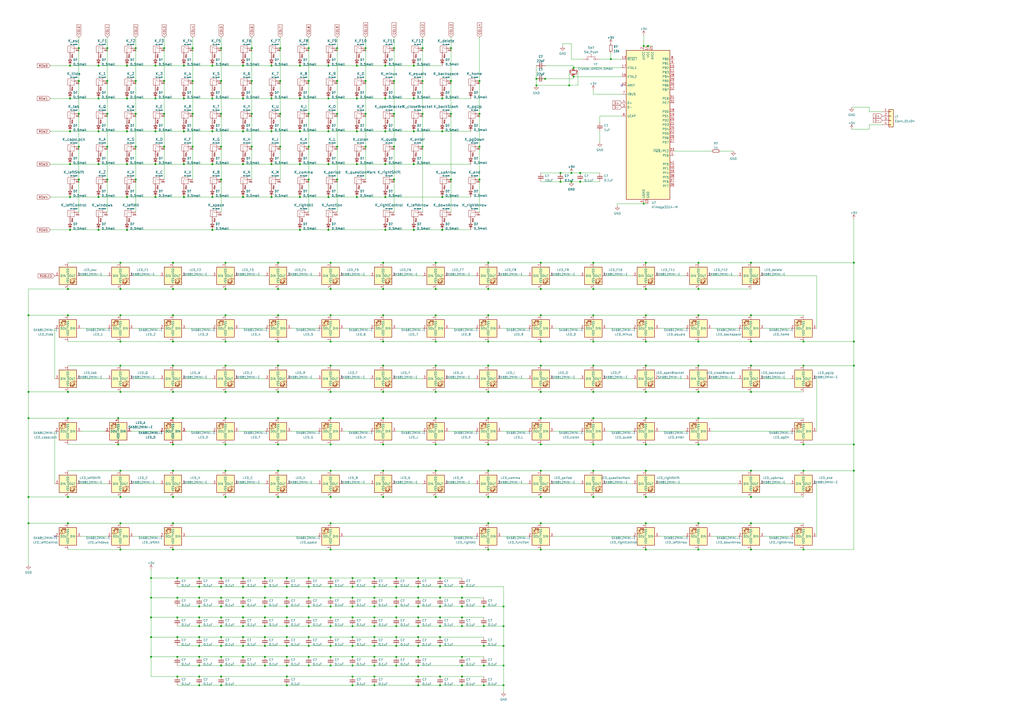
<source format=kicad_sch>
(kicad_sch (version 20211123) (generator eeschema)
  (paper "A2")
  (junction (at 331.47 105.41))
  (junction (at 153.67 369.57))
  (junction (at 179.07 346.71))
  (junction (at 87.63 369.57))
  (junction (at 228.6 66.04))
  (junction (at 204.47 346.71))
  (junction (at 207.01 76.2))
  (junction (at 204.47 358.14))
  (junction (at 179.07 358.14))
  (junction (at 69.85 167.64))
  (junction (at 78.74 46.99))
  (junction (at 130.81 257.81))
  (junction (at 69.85 318.77))
  (junction (at 106.68 76.2))
  (junction (at 242.57 374.65))
  (junction (at 495.3 152.4))
  (junction (at 435.61 273.05))
  (junction (at 207.01 38.1))
  (junction (at 179.07 27.94))
  (junction (at 57.15 57.15))
  (junction (at 115.57 392.43))
  (junction (at 435.61 152.4))
  (junction (at 68.58 242.57))
  (junction (at 240.03 57.15))
  (junction (at 191.77 363.22))
  (junction (at 255.27 340.36))
  (junction (at 166.37 358.14))
  (junction (at 130.81 167.64))
  (junction (at 73.66 57.15))
  (junction (at 267.97 358.14))
  (junction (at 242.57 346.71))
  (junction (at 495.3 212.09))
  (junction (at 140.97 76.2))
  (junction (at 313.69 182.88))
  (junction (at 140.97 335.28))
  (junction (at 405.13 182.88))
  (junction (at 204.47 381))
  (junction (at 204.47 335.28))
  (junction (at 292.1 397.51))
  (junction (at 57.15 114.3))
  (junction (at 228.6 104.14))
  (junction (at 166.37 346.71))
  (junction (at 405.13 303.53))
  (junction (at 39.37 182.88))
  (junction (at 240.03 76.2))
  (junction (at 173.99 95.25))
  (junction (at 157.48 76.2))
  (junction (at 166.37 351.79))
  (junction (at 283.21 273.05))
  (junction (at 115.57 374.65))
  (junction (at 40.64 114.3))
  (junction (at 140.97 381))
  (junction (at 278.13 85.09))
  (junction (at 179.07 374.65))
  (junction (at 217.17 346.71))
  (junction (at 217.17 335.28))
  (junction (at 115.57 386.08))
  (junction (at 166.37 335.28))
  (junction (at 240.03 95.25))
  (junction (at 39.37 167.64))
  (junction (at 261.62 66.04))
  (junction (at 40.64 76.2))
  (junction (at 229.87 381))
  (junction (at 111.76 27.94))
  (junction (at 242.57 397.51))
  (junction (at 228.6 85.09))
  (junction (at 140.97 369.57))
  (junction (at 130.81 288.29))
  (junction (at 87.63 381))
  (junction (at 242.57 381))
  (junction (at 102.87 346.71))
  (junction (at 57.15 133.35))
  (junction (at 190.5 76.2))
  (junction (at 69.85 198.12))
  (junction (at 146.05 85.09))
  (junction (at 222.25 257.81))
  (junction (at 78.74 27.94))
  (junction (at 73.66 95.25))
  (junction (at 140.97 346.71))
  (junction (at 179.07 340.36))
  (junction (at 191.77 198.12))
  (junction (at 212.09 66.04))
  (junction (at 166.37 397.51))
  (junction (at 228.6 27.94))
  (junction (at 222.25 182.88))
  (junction (at 255.27 346.71))
  (junction (at 111.76 66.04))
  (junction (at 240.03 133.35))
  (junction (at 69.85 212.09))
  (junction (at 344.17 167.64))
  (junction (at 240.03 38.1))
  (junction (at 223.52 133.35))
  (junction (at 191.77 386.08))
  (junction (at 255.27 363.22))
  (junction (at 217.17 374.65))
  (junction (at 153.67 346.71))
  (junction (at 69.85 152.4))
  (junction (at 252.73 212.09))
  (junction (at 242.57 335.28))
  (junction (at 229.87 363.22))
  (junction (at 283.21 227.33))
  (junction (at 374.65 167.64))
  (junction (at 283.21 182.88))
  (junction (at 128.27 346.71))
  (junction (at 130.81 152.4))
  (junction (at 162.56 46.99))
  (junction (at 191.77 381))
  (junction (at 191.77 182.88))
  (junction (at 217.17 392.43))
  (junction (at 256.54 114.3))
  (junction (at 405.13 167.64))
  (junction (at 229.87 351.79))
  (junction (at 191.77 318.77))
  (junction (at 375.92 26.67))
  (junction (at 374.65 198.12))
  (junction (at 128.27 66.04))
  (junction (at 162.56 85.09))
  (junction (at 405.13 152.4))
  (junction (at 166.37 374.65))
  (junction (at 123.19 114.3))
  (junction (at 191.77 358.14))
  (junction (at 153.67 335.28))
  (junction (at 374.65 303.53))
  (junction (at 252.73 257.81))
  (junction (at 374.65 273.05))
  (junction (at 344.17 273.05))
  (junction (at 90.17 38.1))
  (junction (at 69.85 303.53))
  (junction (at 217.17 363.22))
  (junction (at 166.37 392.43))
  (junction (at 87.63 335.28))
  (junction (at 161.29 273.05))
  (junction (at 157.48 57.15))
  (junction (at 128.27 27.94))
  (junction (at 173.99 133.35))
  (junction (at 45.72 85.09))
  (junction (at 173.99 114.3))
  (junction (at 195.58 104.14))
  (junction (at 190.5 133.35))
  (junction (at 283.21 303.53))
  (junction (at 223.52 57.15))
  (junction (at 128.27 363.22))
  (junction (at 344.17 257.81))
  (junction (at 157.48 114.3))
  (junction (at 115.57 346.71))
  (junction (at 332.74 44.45))
  (junction (at 140.97 114.3))
  (junction (at 87.63 358.14))
  (junction (at 283.21 288.29))
  (junction (at 100.33 288.29))
  (junction (at 313.69 257.81))
  (junction (at 78.74 104.14))
  (junction (at 311.15 49.53))
  (junction (at 435.61 288.29))
  (junction (at 242.57 340.36))
  (junction (at 115.57 351.79))
  (junction (at 179.07 66.04))
  (junction (at 466.09 257.81))
  (junction (at 374.65 212.09))
  (junction (at 344.17 198.12))
  (junction (at 344.17 152.4))
  (junction (at 374.65 288.29))
  (junction (at 255.27 351.79))
  (junction (at 106.68 95.25))
  (junction (at 161.29 152.4))
  (junction (at 191.77 340.36))
  (junction (at 111.76 46.99))
  (junction (at 191.77 227.33))
  (junction (at 256.54 133.35))
  (junction (at 115.57 363.22))
  (junction (at 245.11 85.09))
  (junction (at 100.33 257.81))
  (junction (at 90.17 57.15))
  (junction (at 130.81 242.57))
  (junction (at 374.65 242.57))
  (junction (at 123.19 38.1))
  (junction (at 130.81 273.05))
  (junction (at 495.3 198.12))
  (junction (at 207.01 95.25))
  (junction (at 242.57 351.79))
  (junction (at 313.69 303.53))
  (junction (at 223.52 95.25))
  (junction (at 140.97 374.65))
  (junction (at 191.77 288.29))
  (junction (at 223.52 38.1))
  (junction (at 102.87 392.43))
  (junction (at 100.33 242.57))
  (junction (at 405.13 198.12))
  (junction (at 245.11 66.04))
  (junction (at 313.69 318.77))
  (junction (at 207.01 114.3))
  (junction (at 69.85 182.88))
  (junction (at 140.97 38.1))
  (junction (at 405.13 212.09))
  (junction (at 325.12 100.33))
  (junction (at 261.62 104.14))
  (junction (at 45.72 104.14))
  (junction (at 344.17 288.29))
  (junction (at 267.97 392.43))
  (junction (at 217.17 358.14))
  (junction (at 405.13 318.77))
  (junction (at 217.17 381))
  (junction (at 204.47 374.65))
  (junction (at 140.97 57.15))
  (junction (at 153.67 340.36))
  (junction (at 313.69 198.12))
  (junction (at 90.17 114.3))
  (junction (at 140.97 351.79))
  (junction (at 405.13 242.57))
  (junction (at 344.17 212.09))
  (junction (at 162.56 66.04))
  (junction (at 217.17 340.36))
  (junction (at 130.81 182.88))
  (junction (at 39.37 227.33))
  (junction (at 245.11 27.94))
  (junction (at 466.09 318.77))
  (junction (at 267.97 381))
  (junction (at 62.23 66.04))
  (junction (at 106.68 57.15))
  (junction (at 161.29 242.57))
  (junction (at 153.67 386.08))
  (junction (at 204.47 386.08))
  (junction (at 283.21 212.09))
  (junction (at 267.97 397.51))
  (junction (at 207.01 57.15))
  (junction (at 316.23 45.72))
  (junction (at 242.57 369.57))
  (junction (at 87.63 346.71))
  (junction (at 123.19 76.2))
  (junction (at 130.81 212.09))
  (junction (at 69.85 273.05))
  (junction (at 405.13 257.81))
  (junction (at 204.47 363.22))
  (junction (at 204.47 392.43))
  (junction (at 330.2 49.53))
  (junction (at 191.77 273.05))
  (junction (at 161.29 212.09))
  (junction (at 190.5 57.15))
  (junction (at 102.87 381))
  (junction (at 374.65 182.88))
  (junction (at 100.33 303.53))
  (junction (at 204.47 340.36))
  (junction (at 128.27 381))
  (junction (at 354.33 34.29))
  (junction (at 62.23 85.09))
  (junction (at 161.29 167.64))
  (junction (at 222.25 152.4))
  (junction (at 16.51 227.33))
  (junction (at 283.21 318.77))
  (junction (at 252.73 182.88))
  (junction (at 252.73 273.05))
  (junction (at 100.33 198.12))
  (junction (at 166.37 363.22))
  (junction (at 115.57 397.51))
  (junction (at 283.21 167.64))
  (junction (at 100.33 167.64))
  (junction (at 255.27 335.28))
  (junction (at 292.1 351.79))
  (junction (at 115.57 340.36))
  (junction (at 106.68 114.3))
  (junction (at 95.25 66.04))
  (junction (at 283.21 198.12))
  (junction (at 191.77 335.28))
  (junction (at 283.21 152.4))
  (junction (at 313.69 152.4))
  (junction (at 405.13 227.33))
  (junction (at 173.99 38.1))
  (junction (at 128.27 85.09))
  (junction (at 222.25 198.12))
  (junction (at 212.09 27.94))
  (junction (at 166.37 381))
  (junction (at 267.97 363.22))
  (junction (at 95.25 27.94))
  (junction (at 179.07 46.99))
  (junction (at 252.73 242.57))
  (junction (at 179.07 386.08))
  (junction (at 140.97 358.14))
  (junction (at 157.48 95.25))
  (junction (at 78.74 85.09))
  (junction (at 57.15 95.25))
  (junction (at 222.25 273.05))
  (junction (at 100.33 273.05))
  (junction (at 242.57 363.22))
  (junction (at 242.57 386.08))
  (junction (at 313.69 212.09))
  (junction (at 146.05 46.99))
  (junction (at 280.67 363.22))
  (junction (at 68.58 257.81))
  (junction (at 161.29 288.29))
  (junction (at 283.21 242.57))
  (junction (at 179.07 85.09))
  (junction (at 157.48 38.1))
  (junction (at 435.61 303.53))
  (junction (at 190.5 114.3))
  (junction (at 90.17 76.2))
  (junction (at 267.97 386.08))
  (junction (at 190.5 38.1))
  (junction (at 106.68 38.1))
  (junction (at 57.15 38.1))
  (junction (at 90.17 95.25))
  (junction (at 466.09 198.12))
  (junction (at 140.97 340.36))
  (junction (at 179.07 104.14))
  (junction (at 261.62 46.99))
  (junction (at 128.27 46.99))
  (junction (at 222.25 242.57))
  (junction (at 166.37 340.36))
  (junction (at 255.27 392.43))
  (junction (at 128.27 386.08))
  (junction (at 313.69 288.29))
  (junction (at 280.67 386.08))
  (junction (at 195.58 46.99))
  (junction (at 255.27 369.57))
  (junction (at 16.51 303.53))
  (junction (at 222.25 288.29))
  (junction (at 267.97 340.36))
  (junction (at 223.52 76.2))
  (junction (at 73.66 38.1))
  (junction (at 62.23 46.99))
  (junction (at 229.87 358.14))
  (junction (at 280.67 374.65))
  (junction (at 153.67 374.65))
  (junction (at 191.77 369.57))
  (junction (at 228.6 46.99))
  (junction (at 252.73 198.12))
  (junction (at 100.33 152.4))
  (junction (at 191.77 351.79))
  (junction (at 325.12 105.41))
  (junction (at 313.69 167.64))
  (junction (at 373.38 118.11))
  (junction (at 191.77 374.65))
  (junction (at 229.87 340.36))
  (junction (at 311.15 45.72))
  (junction (at 128.27 104.14))
  (junction (at 40.64 38.1))
  (junction (at 140.97 363.22))
  (junction (at 466.09 273.05))
  (junction (at 153.67 351.79))
  (junction (at 40.64 95.25))
  (junction (at 102.87 369.57))
  (junction (at 331.47 100.33))
  (junction (at 16.51 288.29))
  (junction (at 374.65 227.33))
  (junction (at 313.69 273.05))
  (junction (at 256.54 57.15))
  (junction (at 495.3 273.05))
  (junction (at 191.77 303.53))
  (junction (at 466.09 212.09))
  (junction (at 166.37 369.57))
  (junction (at 212.09 85.09))
  (junction (at 123.19 95.25))
  (junction (at 130.81 198.12))
  (junction (at 190.5 95.25))
  (junction (at 111.76 85.09))
  (junction (at 179.07 351.79))
  (junction (at 162.56 27.94))
  (junction (at 195.58 66.04))
  (junction (at 278.13 66.04))
  (junction (at 222.25 167.64))
  (junction (at 39.37 242.57))
  (junction (at 344.17 182.88))
  (junction (at 222.25 212.09))
  (junction (at 128.27 397.51))
  (junction (at 102.87 335.28))
  (junction (at 435.61 182.88))
  (junction (at 115.57 369.57))
  (junction (at 100.33 182.88))
  (junction (at 57.15 76.2))
  (junction (at 40.64 133.35))
  (junction (at 45.72 27.94))
  (junction (at 217.17 369.57))
  (junction (at 173.99 57.15))
  (junction (at 255.27 358.14))
  (junction (at 179.07 363.22))
  (junction (at 435.61 198.12))
  (junction (at 128.27 351.79))
  (junction (at 128.27 392.43))
  (junction (at 153.67 381))
  (junction (at 140.97 95.25))
  (junction (at 146.05 66.04))
  (junction (at 128.27 369.57))
  (junction (at 267.97 346.71))
  (junction (at 102.87 358.14))
  (junction (at 140.97 386.08))
  (junction (at 374.65 318.77))
  (junction (at 252.73 152.4))
  (junction (at 229.87 374.65))
  (junction (at 69.85 288.29))
  (junction (at 128.27 374.65))
  (junction (at 283.21 257.81))
  (junction (at 100.33 212.09))
  (junction (at 217.17 351.79))
  (junction (at 100.33 318.77))
  (junction (at 313.69 227.33))
  (junction (at 204.47 369.57))
  (junction (at 223.52 114.3))
  (junction (at 191.77 242.57))
  (junction (at 179.07 381))
  (junction (at 153.67 358.14))
  (junction (at 128.27 340.36))
  (junction (at 344.17 242.57))
  (junction (at 179.07 369.57))
  (junction (at 73.66 114.3))
  (junction (at 73.66 133.35))
  (junction (at 191.77 257.81))
  (junction (at 261.62 27.94))
  (junction (at 252.73 167.64))
  (junction (at 212.09 46.99))
  (junction (at 115.57 358.14))
  (junction (at 62.23 104.14))
  (junction (at 332.74 39.37))
  (junction (at 217.17 397.51))
  (junction (at 292.1 374.65))
  (junction (at 256.54 76.2))
  (junction (at 173.99 76.2))
  (junction (at 204.47 397.51))
  (junction (at 73.66 76.2))
  (junction (at 373.38 26.67))
  (junction (at 344.17 227.33))
  (junction (at 16.51 242.57))
  (junction (at 128.27 335.28))
  (junction (at 252.73 227.33))
  (junction (at 191.77 212.09))
  (junction (at 435.61 227.33))
  (junction (at 39.37 288.29))
  (junction (at 242.57 358.14))
  (junction (at 245.11 46.99))
  (junction (at 95.25 85.09))
  (junction (at 336.55 105.41))
  (junction (at 255.27 374.65))
  (junction (at 229.87 386.08))
  (junction (at 161.29 198.12))
  (junction (at 100.33 227.33))
  (junction (at 374.65 257.81))
  (junction (at 435.61 212.09))
  (junction (at 313.69 242.57))
  (junction (at 130.81 227.33))
  (junction (at 278.13 46.99))
  (junction (at 128.27 358.14))
  (junction (at 146.05 27.94))
  (junction (at 179.07 335.28))
  (junction (at 229.87 346.71))
  (junction (at 78.74 66.04))
  (junction (at 69.85 227.33))
  (junction (at 16.51 182.88))
  (junction (at 40.64 57.15))
  (junction (at 39.37 303.53))
  (junction (at 280.67 351.79))
  (junction (at 242.57 392.43))
  (junction (at 191.77 167.64))
  (junction (at 280.67 397.51))
  (junction (at 161.29 182.88))
  (junction (at 153.67 363.22))
  (junction (at 195.58 85.09))
  (junction (at 255.27 397.51))
  (junction (at 278.13 104.14))
  (junction (at 229.87 335.28))
  (junction (at 229.87 369.57))
  (junction (at 336.55 100.33))
  (junction (at 166.37 386.08))
  (junction (at 191.77 152.4))
  (junction (at 495.3 257.81))
  (junction (at 161.29 227.33))
  (junction (at 374.65 152.4))
  (junction (at 292.1 386.08))
  (junction (at 292.1 363.22))
  (junction (at 195.58 27.94))
  (junction (at 123.19 57.15))
  (junction (at 45.72 46.99))
  (junction (at 222.25 227.33))
  (junction (at 123.19 133.35))
  (junction (at 115.57 335.28))
  (junction (at 204.47 351.79))
  (junction (at 191.77 346.71))
  (junction (at 435.61 318.77))
  (junction (at 62.23 27.94))
  (junction (at 161.29 257.81))
  (junction (at 95.25 46.99))
  (junction (at 252.73 288.29))
  (junction (at 267.97 351.79))
  (junction (at 217.17 386.08))
  (junction (at 115.57 381))
  (junction (at 45.72 66.04))
  (no_connect (at 360.68 49.53))
  (no_connect (at 31.75 311.15))
  (wire (pts (xy 325.12 105.41) (xy 331.47 105.41)))
  (wire (pts (xy 100.33 242.57) (xy 68.58 242.57)))
  (wire (pts (xy 128.27 386.08) (xy 140.97 386.08)))
  (wire (pts (xy 412.75 250.19) (xy 458.47 250.19)))
  (wire (pts (xy 195.58 104.14) (xy 195.58 123.19)))
  (wire (pts (xy 191.77 358.14) (xy 179.07 358.14)))
  (wire (pts (xy 222.25 167.64) (xy 252.73 167.64)))
  (wire (pts (xy 161.29 227.33) (xy 191.77 227.33)))
  (wire (pts (xy 427.99 190.5) (xy 412.75 190.5)))
  (wire (pts (xy 245.11 250.19) (xy 229.87 250.19)))
  (wire (pts (xy 106.68 114.3) (xy 123.19 114.3)))
  (wire (pts (xy 191.77 381) (xy 179.07 381)))
  (wire (pts (xy 283.21 198.12) (xy 252.73 198.12)))
  (wire (pts (xy 168.91 160.02) (xy 184.15 160.02)))
  (wire (pts (xy 321.31 160.02) (xy 336.55 160.02)))
  (wire (pts (xy 344.17 182.88) (xy 313.69 182.88)))
  (wire (pts (xy 102.87 363.22) (xy 115.57 363.22)))
  (wire (pts (xy 267.97 346.71) (xy 255.27 346.71)))
  (wire (pts (xy 123.19 95.25) (xy 140.97 95.25)))
  (wire (pts (xy 46.99 160.02) (xy 62.23 160.02)))
  (wire (pts (xy 373.38 118.11) (xy 358.14 118.11)))
  (wire (pts (xy 382.27 311.15) (xy 397.51 311.15)))
  (wire (pts (xy 128.27 66.04) (xy 128.27 85.09)))
  (wire (pts (xy 102.87 335.28) (xy 87.63 335.28)))
  (wire (pts (xy 190.5 114.3) (xy 207.01 114.3)))
  (wire (pts (xy 427.99 311.15) (xy 412.75 311.15)))
  (wire (pts (xy 166.37 374.65) (xy 179.07 374.65)))
  (wire (pts (xy 140.97 351.79) (xy 153.67 351.79)))
  (wire (pts (xy 40.64 133.35) (xy 57.15 133.35)))
  (wire (pts (xy 128.27 340.36) (xy 140.97 340.36)))
  (wire (pts (xy 76.2 250.19) (xy 92.71 250.19)))
  (wire (pts (xy 344.17 288.29) (xy 374.65 288.29)))
  (wire (pts (xy 336.55 105.41) (xy 347.98 105.41)))
  (wire (pts (xy 100.33 198.12) (xy 69.85 198.12)))
  (wire (pts (xy 313.69 105.41) (xy 325.12 105.41)))
  (wire (pts (xy 128.27 46.99) (xy 128.27 66.04)))
  (wire (pts (xy 90.17 114.3) (xy 106.68 114.3)))
  (wire (pts (xy 162.56 27.94) (xy 162.56 46.99)))
  (wire (pts (xy 140.97 95.25) (xy 157.48 95.25)))
  (wire (pts (xy 292.1 374.65) (xy 292.1 386.08)))
  (wire (pts (xy 130.81 227.33) (xy 161.29 227.33)))
  (wire (pts (xy 128.27 392.43) (xy 115.57 392.43)))
  (wire (pts (xy 69.85 288.29) (xy 100.33 288.29)))
  (wire (pts (xy 242.57 346.71) (xy 229.87 346.71)))
  (wire (pts (xy 473.71 219.71) (xy 473.71 250.19)))
  (wire (pts (xy 179.07 104.14) (xy 179.07 123.19)))
  (wire (pts (xy 504.19 72.39) (xy 504.19 74.93)))
  (wire (pts (xy 405.13 242.57) (xy 466.09 242.57)))
  (wire (pts (xy 321.31 311.15) (xy 367.03 311.15)))
  (wire (pts (xy 115.57 346.71) (xy 102.87 346.71)))
  (wire (pts (xy 166.37 346.71) (xy 153.67 346.71)))
  (wire (pts (xy 100.33 182.88) (xy 69.85 182.88)))
  (wire (pts (xy 255.27 340.36) (xy 267.97 340.36)))
  (wire (pts (xy 100.33 273.05) (xy 130.81 273.05)))
  (wire (pts (xy 130.81 212.09) (xy 161.29 212.09)))
  (wire (pts (xy 316.23 45.72) (xy 332.74 45.72)))
  (wire (pts (xy 207.01 114.3) (xy 223.52 114.3)))
  (wire (pts (xy 245.11 85.09) (xy 245.11 123.19)))
  (wire (pts (xy 260.35 160.02) (xy 275.59 160.02)))
  (wire (pts (xy 217.17 397.51) (xy 242.57 397.51)))
  (wire (pts (xy 212.09 85.09) (xy 212.09 104.14)))
  (wire (pts (xy 128.27 21.59) (xy 128.27 27.94)))
  (wire (pts (xy 275.59 250.19) (xy 260.35 250.19)))
  (wire (pts (xy 278.13 85.09) (xy 278.13 104.14)))
  (wire (pts (xy 107.95 219.71) (xy 123.19 219.71)))
  (wire (pts (xy 138.43 160.02) (xy 153.67 160.02)))
  (wire (pts (xy 87.63 369.57) (xy 87.63 358.14)))
  (wire (pts (xy 102.87 358.14) (xy 87.63 358.14)))
  (wire (pts (xy 162.56 85.09) (xy 162.56 104.14)))
  (wire (pts (xy 311.15 49.53) (xy 330.2 49.53)))
  (wire (pts (xy 405.13 167.64) (xy 435.61 167.64)))
  (wire (pts (xy 217.17 386.08) (xy 229.87 386.08)))
  (wire (pts (xy 222.25 212.09) (xy 252.73 212.09)))
  (wire (pts (xy 229.87 363.22) (xy 242.57 363.22)))
  (wire (pts (xy 173.99 57.15) (xy 190.5 57.15)))
  (wire (pts (xy 45.72 46.99) (xy 45.72 66.04)))
  (wire (pts (xy 405.13 212.09) (xy 435.61 212.09)))
  (wire (pts (xy 260.35 280.67) (xy 275.59 280.67)))
  (wire (pts (xy 130.81 257.81) (xy 100.33 257.81)))
  (wire (pts (xy 255.27 392.43) (xy 242.57 392.43)))
  (wire (pts (xy 153.67 335.28) (xy 140.97 335.28)))
  (wire (pts (xy 354.33 30.48) (xy 354.33 34.29)))
  (wire (pts (xy 283.21 318.77) (xy 313.69 318.77)))
  (wire (pts (xy 29.21 57.15) (xy 40.64 57.15)))
  (wire (pts (xy 166.37 335.28) (xy 153.67 335.28)))
  (wire (pts (xy 16.51 182.88) (xy 39.37 182.88)))
  (wire (pts (xy 495.3 318.77) (xy 466.09 318.77)))
  (wire (pts (xy 373.38 20.32) (xy 373.38 26.67)))
  (wire (pts (xy 313.69 288.29) (xy 344.17 288.29)))
  (wire (pts (xy 435.61 182.88) (xy 405.13 182.88)))
  (wire (pts (xy 161.29 257.81) (xy 130.81 257.81)))
  (wire (pts (xy 87.63 381) (xy 87.63 369.57)))
  (wire (pts (xy 62.23 85.09) (xy 62.23 104.14)))
  (wire (pts (xy 191.77 273.05) (xy 222.25 273.05)))
  (wire (pts (xy 68.58 242.57) (xy 39.37 242.57)))
  (wire (pts (xy 140.97 346.71) (xy 128.27 346.71)))
  (wire (pts (xy 495.3 127) (xy 495.3 152.4)))
  (wire (pts (xy 292.1 386.08) (xy 292.1 397.51)))
  (wire (pts (xy 179.07 346.71) (xy 166.37 346.71)))
  (wire (pts (xy 102.87 369.57) (xy 87.63 369.57)))
  (wire (pts (xy 130.81 167.64) (xy 161.29 167.64)))
  (wire (pts (xy 161.29 273.05) (xy 191.77 273.05)))
  (wire (pts (xy 313.69 257.81) (xy 344.17 257.81)))
  (wire (pts (xy 405.13 242.57) (xy 374.65 242.57)))
  (wire (pts (xy 240.03 38.1) (xy 256.54 38.1)))
  (wire (pts (xy 242.57 397.51) (xy 255.27 397.51)))
  (wire (pts (xy 283.21 167.64) (xy 313.69 167.64)))
  (wire (pts (xy 69.85 167.64) (xy 100.33 167.64)))
  (wire (pts (xy 242.57 369.57) (xy 229.87 369.57)))
  (wire (pts (xy 222.25 152.4) (xy 252.73 152.4)))
  (wire (pts (xy 229.87 335.28) (xy 217.17 335.28)))
  (wire (pts (xy 62.23 311.15) (xy 46.99 311.15)))
  (wire (pts (xy 168.91 280.67) (xy 184.15 280.67)))
  (wire (pts (xy 111.76 21.59) (xy 111.76 27.94)))
  (wire (pts (xy 374.65 303.53) (xy 405.13 303.53)))
  (wire (pts (xy 100.33 318.77) (xy 191.77 318.77)))
  (wire (pts (xy 204.47 335.28) (xy 191.77 335.28)))
  (wire (pts (xy 435.61 288.29) (xy 466.09 288.29)))
  (wire (pts (xy 92.71 190.5) (xy 77.47 190.5)))
  (wire (pts (xy 306.07 250.19) (xy 290.83 250.19)))
  (wire (pts (xy 166.37 340.36) (xy 179.07 340.36)))
  (wire (pts (xy 240.03 57.15) (xy 256.54 57.15)))
  (wire (pts (xy 495.3 257.81) (xy 466.09 257.81)))
  (wire (pts (xy 222.25 242.57) (xy 191.77 242.57)))
  (wire (pts (xy 331.47 25.4) (xy 331.47 34.29)))
  (wire (pts (xy 90.17 95.25) (xy 106.68 95.25)))
  (wire (pts (xy 62.23 21.59) (xy 62.23 27.94)))
  (wire (pts (xy 191.77 182.88) (xy 161.29 182.88)))
  (wire (pts (xy 102.87 374.65) (xy 115.57 374.65)))
  (wire (pts (xy 179.07 27.94) (xy 179.07 46.99)))
  (wire (pts (xy 228.6 27.94) (xy 228.6 46.99)))
  (wire (pts (xy 278.13 21.59) (xy 278.13 46.99)))
  (wire (pts (xy 162.56 66.04) (xy 162.56 85.09)))
  (wire (pts (xy 78.74 66.04) (xy 78.74 85.09)))
  (wire (pts (xy 95.25 27.94) (xy 95.25 46.99)))
  (wire (pts (xy 495.3 198.12) (xy 466.09 198.12)))
  (wire (pts (xy 207.01 95.25) (xy 223.52 95.25)))
  (wire (pts (xy 511.81 64.77) (xy 504.19 64.77)))
  (wire (pts (xy 190.5 57.15) (xy 207.01 57.15)))
  (wire (pts (xy 161.29 182.88) (xy 130.81 182.88)))
  (wire (pts (xy 290.83 280.67) (xy 306.07 280.67)))
  (wire (pts (xy 130.81 152.4) (xy 161.29 152.4)))
  (wire (pts (xy 146.05 46.99) (xy 146.05 66.04)))
  (wire (pts (xy 157.48 114.3) (xy 173.99 114.3)))
  (wire (pts (xy 283.21 257.81) (xy 252.73 257.81)))
  (wire (pts (xy 495.3 212.09) (xy 466.09 212.09)))
  (wire (pts (xy 130.81 273.05) (xy 161.29 273.05)))
  (wire (pts (xy 240.03 76.2) (xy 256.54 76.2)))
  (wire (pts (xy 161.29 212.09) (xy 191.77 212.09)))
  (wire (pts (xy 90.17 38.1) (xy 106.68 38.1)))
  (wire (pts (xy 229.87 374.65) (xy 242.57 374.65)))
  (wire (pts (xy 306.07 190.5) (xy 290.83 190.5)))
  (wire (pts (xy 375.92 118.11) (xy 373.38 118.11)))
  (wire (pts (xy 313.69 242.57) (xy 344.17 242.57)))
  (wire (pts (xy 39.37 303.53) (xy 16.51 303.53)))
  (wire (pts (xy 240.03 95.25) (xy 273.05 95.25)))
  (wire (pts (xy 115.57 374.65) (xy 128.27 374.65)))
  (wire (pts (xy 45.72 66.04) (xy 45.72 85.09)))
  (wire (pts (xy 405.13 257.81) (xy 374.65 257.81)))
  (wire (pts (xy 190.5 38.1) (xy 207.01 38.1)))
  (wire (pts (xy 78.74 46.99) (xy 78.74 66.04)))
  (wire (pts (xy 229.87 280.67) (xy 245.11 280.67)))
  (wire (pts (xy 351.79 219.71) (xy 367.03 219.71)))
  (wire (pts (xy 204.47 392.43) (xy 166.37 392.43)))
  (wire (pts (xy 161.29 288.29) (xy 191.77 288.29)))
  (wire (pts (xy 179.07 351.79) (xy 191.77 351.79)))
  (wire (pts (xy 157.48 38.1) (xy 173.99 38.1)))
  (wire (pts (xy 255.27 363.22) (xy 267.97 363.22)))
  (wire (pts (xy 29.21 95.25) (xy 40.64 95.25)))
  (wire (pts (xy 267.97 335.28) (xy 255.27 335.28)))
  (wire (pts (xy 382.27 280.67) (xy 427.99 280.67)))
  (wire (pts (xy 242.57 340.36) (xy 255.27 340.36)))
  (wire (pts (xy 199.39 280.67) (xy 214.63 280.67)))
  (wire (pts (xy 242.57 392.43) (xy 217.17 392.43)))
  (wire (pts (xy 435.61 227.33) (xy 466.09 227.33)))
  (wire (pts (xy 138.43 219.71) (xy 153.67 219.71)))
  (wire (pts (xy 495.3 257.81) (xy 495.3 273.05)))
  (wire (pts (xy 278.13 66.04) (xy 278.13 85.09)))
  (wire (pts (xy 39.37 212.09) (xy 69.85 212.09)))
  (wire (pts (xy 73.66 57.15) (xy 90.17 57.15)))
  (wire (pts (xy 331.47 100.33) (xy 336.55 100.33)))
  (wire (pts (xy 229.87 346.71) (xy 217.17 346.71)))
  (wire (pts (xy 443.23 280.67) (xy 458.47 280.67)))
  (wire (pts (xy 191.77 363.22) (xy 204.47 363.22)))
  (wire (pts (xy 78.74 85.09) (xy 78.74 104.14)))
  (wire (pts (xy 256.54 57.15) (xy 273.05 57.15)))
  (wire (pts (xy 228.6 66.04) (xy 228.6 85.09)))
  (wire (pts (xy 115.57 369.57) (xy 102.87 369.57)))
  (wire (pts (xy 16.51 242.57) (xy 16.51 227.33)))
  (wire (pts (xy 69.85 212.09) (xy 100.33 212.09)))
  (wire (pts (xy 245.11 21.59) (xy 245.11 27.94)))
  (wire (pts (xy 106.68 76.2) (xy 123.19 76.2)))
  (wire (pts (xy 195.58 27.94) (xy 195.58 46.99)))
  (wire (pts (xy 68.58 257.81) (xy 39.37 257.81)))
  (wire (pts (xy 242.57 358.14) (xy 229.87 358.14)))
  (wire (pts (xy 228.6 46.99) (xy 228.6 66.04)))
  (wire (pts (xy 39.37 227.33) (xy 69.85 227.33)))
  (wire (pts (xy 245.11 66.04) (xy 245.11 85.09)))
  (wire (pts (xy 204.47 351.79) (xy 217.17 351.79)))
  (wire (pts (xy 123.19 190.5) (xy 107.95 190.5)))
  (wire (pts (xy 443.23 160.02) (xy 473.71 160.02)))
  (wire (pts (xy 435.61 273.05) (xy 466.09 273.05)))
  (wire (pts (xy 78.74 21.59) (xy 78.74 27.94)))
  (wire (pts (xy 344.17 52.07) (xy 344.17 54.61)))
  (wire (pts (xy 166.37 392.43) (xy 128.27 392.43)))
  (wire (pts (xy 228.6 85.09) (xy 228.6 104.14)))
  (wire (pts (xy 495.3 152.4) (xy 495.3 198.12)))
  (wire (pts (xy 128.27 335.28) (xy 115.57 335.28)))
  (wire (pts (xy 242.57 381) (xy 229.87 381)))
  (wire (pts (xy 153.67 346.71) (xy 140.97 346.71)))
  (wire (pts (xy 344.17 273.05) (xy 374.65 273.05)))
  (wire (pts (xy 204.47 397.51) (xy 217.17 397.51)))
  (wire (pts (xy 191.77 346.71) (xy 179.07 346.71)))
  (wire (pts (xy 473.71 160.02) (xy 473.71 190.5)))
  (wire (pts (xy 115.57 381) (xy 102.87 381)))
  (wire (pts (xy 195.58 46.99) (xy 195.58 66.04)))
  (wire (pts (xy 311.15 45.72) (xy 311.15 49.53)))
  (wire (pts (xy 495.3 273.05) (xy 495.3 318.77)))
  (wire (pts (xy 252.73 182.88) (xy 222.25 182.88)))
  (wire (pts (xy 40.64 95.25) (xy 57.15 95.25)))
  (wire (pts (xy 494.03 62.23) (xy 504.19 62.23)))
  (wire (pts (xy 222.25 198.12) (xy 191.77 198.12)))
  (wire (pts (xy 252.73 242.57) (xy 222.25 242.57)))
  (wire (pts (xy 191.77 351.79) (xy 204.47 351.79)))
  (wire (pts (xy 222.25 288.29) (xy 252.73 288.29)))
  (wire (pts (xy 140.97 340.36) (xy 153.67 340.36)))
  (wire (pts (xy 16.51 288.29) (xy 39.37 288.29)))
  (wire (pts (xy 179.07 66.04) (xy 179.07 85.09)))
  (wire (pts (xy 443.23 219.71) (xy 458.47 219.71)))
  (wire (pts (xy 100.33 212.09) (xy 130.81 212.09)))
  (wire (pts (xy 191.77 167.64) (xy 222.25 167.64)))
  (wire (pts (xy 29.21 76.2) (xy 40.64 76.2)))
  (wire (pts (xy 57.15 57.15) (xy 73.66 57.15)))
  (wire (pts (xy 313.69 182.88) (xy 283.21 182.88)))
  (wire (pts (xy 191.77 288.29) (xy 222.25 288.29)))
  (wire (pts (xy 179.07 340.36) (xy 191.77 340.36)))
  (wire (pts (xy 217.17 358.14) (xy 204.47 358.14)))
  (wire (pts (xy 111.76 66.04) (xy 111.76 85.09)))
  (wire (pts (xy 95.25 66.04) (xy 95.25 85.09)))
  (wire (pts (xy 190.5 95.25) (xy 207.01 95.25)))
  (wire (pts (xy 73.66 95.25) (xy 90.17 95.25)))
  (wire (pts (xy 280.67 358.14) (xy 267.97 358.14)))
  (wire (pts (xy 252.73 152.4) (xy 283.21 152.4)))
  (wire (pts (xy 199.39 311.15) (xy 275.59 311.15)))
  (wire (pts (xy 255.27 397.51) (xy 267.97 397.51)))
  (wire (pts (xy 46.99 280.67) (xy 62.23 280.67)))
  (wire (pts (xy 292.1 363.22) (xy 292.1 374.65)))
  (wire (pts (xy 179.07 21.59) (xy 179.07 27.94)))
  (wire (pts (xy 267.97 386.08) (xy 280.67 386.08)))
  (wire (pts (xy 283.21 212.09) (xy 313.69 212.09)))
  (wire (pts (xy 256.54 133.35) (xy 273.05 133.35)))
  (wire (pts (xy 16.51 182.88) (xy 16.51 167.64)))
  (wire (pts (xy 354.33 34.29) (xy 360.68 34.29)))
  (wire (pts (xy 140.97 76.2) (xy 157.48 76.2)))
  (wire (pts (xy 190.5 76.2) (xy 207.01 76.2)))
  (wire (pts (xy 195.58 66.04) (xy 195.58 85.09)))
  (wire (pts (xy 161.29 198.12) (xy 130.81 198.12)))
  (wire (pts (xy 283.21 288.29) (xy 313.69 288.29)))
  (wire (pts (xy 229.87 160.02) (xy 245.11 160.02)))
  (wire (pts (xy 255.27 369.57) (xy 242.57 369.57)))
  (wire (pts (xy 313.69 167.64) (xy 344.17 167.64)))
  (wire (pts (xy 311.15 38.1) (xy 311.15 45.72)))
  (wire (pts (xy 290.83 311.15) (xy 306.07 311.15)))
  (wire (pts (xy 336.55 100.33) (xy 347.98 100.33)))
  (wire (pts (xy 179.07 46.99) (xy 179.07 66.04)))
  (wire (pts (xy 252.73 227.33) (xy 283.21 227.33)))
  (wire (pts (xy 217.17 392.43) (xy 204.47 392.43)))
  (wire (pts (xy 344.17 152.4) (xy 374.65 152.4)))
  (wire (pts (xy 252.73 257.81) (xy 222.25 257.81)))
  (wire (pts (xy 260.35 219.71) (xy 275.59 219.71)))
  (wire (pts (xy 252.73 212.09) (xy 283.21 212.09)))
  (wire (pts (xy 275.59 190.5) (xy 260.35 190.5)))
  (wire (pts (xy 115.57 340.36) (xy 128.27 340.36)))
  (wire (pts (xy 90.17 57.15) (xy 106.68 57.15)))
  (wire (pts (xy 212.09 27.94) (xy 212.09 46.99)))
  (wire (pts (xy 161.29 167.64) (xy 191.77 167.64)))
  (wire (pts (xy 69.85 182.88) (xy 39.37 182.88)))
  (wire (pts (xy 128.27 85.09) (xy 128.27 104.14)))
  (wire (pts (xy 374.65 152.4) (xy 405.13 152.4)))
  (wire (pts (xy 115.57 386.08) (xy 128.27 386.08)))
  (wire (pts (xy 168.91 219.71) (xy 184.15 219.71)))
  (wire (pts (xy 229.87 369.57) (xy 217.17 369.57)))
  (wire (pts (xy 157.48 57.15) (xy 173.99 57.15)))
  (wire (pts (xy 73.66 38.1) (xy 90.17 38.1)))
  (wire (pts (xy 347.98 34.29) (xy 354.33 34.29)))
  (wire (pts (xy 90.17 76.2) (xy 106.68 76.2)))
  (wire (pts (xy 283.21 242.57) (xy 252.73 242.57)))
  (wire (pts (xy 166.37 363.22) (xy 179.07 363.22)))
  (wire (pts (xy 157.48 95.25) (xy 173.99 95.25)))
  (wire (pts (xy 332.74 45.72) (xy 332.74 44.45)))
  (wire (pts (xy 77.47 160.02) (xy 92.71 160.02)))
  (wire (pts (xy 100.33 318.77) (xy 69.85 318.77)))
  (wire (pts (xy 123.19 38.1) (xy 140.97 38.1)))
  (wire (pts (xy 179.07 374.65) (xy 191.77 374.65)))
  (wire (pts (xy 222.25 257.81) (xy 191.77 257.81)))
  (wire (pts (xy 179.07 358.14) (xy 166.37 358.14)))
  (wire (pts (xy 242.57 374.65) (xy 255.27 374.65)))
  (wire (pts (xy 128.27 358.14) (xy 115.57 358.14)))
  (wire (pts (xy 405.13 227.33) (xy 435.61 227.33)))
  (wire (pts (xy 140.97 374.65) (xy 153.67 374.65)))
  (wire (pts (xy 57.15 133.35) (xy 73.66 133.35)))
  (wire (pts (xy 62.23 104.14) (xy 62.23 123.19)))
  (wire (pts (xy 316.23 38.1) (xy 332.74 38.1)))
  (wire (pts (xy 466.09 182.88) (xy 435.61 182.88)))
  (wire (pts (xy 140.97 381) (xy 128.27 381)))
  (wire (pts (xy 466.09 303.53) (xy 435.61 303.53)))
  (wire (pts (xy 191.77 242.57) (xy 161.29 242.57)))
  (wire (pts (xy 358.14 118.11) (xy 358.14 119.38)))
  (wire (pts (xy 161.29 152.4) (xy 191.77 152.4)))
  (wire (pts (xy 207.01 38.1) (xy 223.52 38.1)))
  (wire (pts (xy 511.81 72.39) (xy 504.19 72.39)))
  (wire (pts (xy 207.01 76.2) (xy 223.52 76.2)))
  (wire (pts (xy 378.46 26.67) (xy 375.92 26.67)))
  (wire (pts (xy 191.77 369.57) (xy 179.07 369.57)))
  (wire (pts (xy 204.47 363.22) (xy 217.17 363.22)))
  (wire (pts (xy 214.63 190.5) (xy 199.39 190.5)))
  (wire (pts (xy 267.97 363.22) (xy 280.67 363.22)))
  (wire (pts (xy 153.67 190.5) (xy 138.43 190.5)))
  (wire (pts (xy 290.83 160.02) (xy 306.07 160.02)))
  (wire (pts (xy 191.77 335.28) (xy 179.07 335.28)))
  (wire (pts (xy 256.54 114.3) (xy 273.05 114.3)))
  (wire (pts (xy 57.15 114.3) (xy 73.66 114.3)))
  (wire (pts (xy 204.47 374.65) (xy 217.17 374.65)))
  (wire (pts (xy 229.87 351.79) (xy 242.57 351.79)))
  (wire (pts (xy 78.74 104.14) (xy 78.74 123.19)))
  (wire (pts (xy 217.17 335.28) (xy 204.47 335.28)))
  (wire (pts (xy 106.68 95.25) (xy 123.19 95.25)))
  (wire (pts (xy 217.17 374.65) (xy 229.87 374.65)))
  (wire (pts (xy 102.87 397.51) (xy 115.57 397.51)))
  (wire (pts (xy 240.03 133.35) (xy 256.54 133.35)))
  (wire (pts (xy 191.77 152.4) (xy 222.25 152.4)))
  (wire (pts (xy 106.68 57.15) (xy 123.19 57.15)))
  (wire (pts (xy 102.87 346.71) (xy 87.63 346.71)))
  (wire (pts (xy 45.72 104.14) (xy 45.72 123.19)))
  (wire (pts (xy 184.15 190.5) (xy 168.91 190.5)))
  (wire (pts (xy 128.27 381) (xy 115.57 381)))
  (wire (pts (xy 313.69 100.33) (xy 325.12 100.33)))
  (wire (pts (xy 128.27 397.51) (xy 166.37 397.51)))
  (wire (pts (xy 405.13 257.81) (xy 466.09 257.81)))
  (wire (pts (xy 130.81 182.88) (xy 100.33 182.88)))
  (wire (pts (xy 344.17 212.09) (xy 374.65 212.09)))
  (wire (pts (xy 16.51 303.53) (xy 16.51 288.29)))
  (wire (pts (xy 280.67 369.57) (xy 255.27 369.57)))
  (wire (pts (xy 504.19 64.77) (xy 504.19 62.23)))
  (wire (pts (xy 77.47 280.67) (xy 92.71 280.67)))
  (wire (pts (xy 179.07 386.08) (xy 191.77 386.08)))
  (wire (pts (xy 100.33 167.64) (xy 130.81 167.64)))
  (wire (pts (xy 280.67 392.43) (xy 267.97 392.43)))
  (wire (pts (xy 228.6 21.59) (xy 228.6 27.94)))
  (wire (pts (xy 261.62 21.59) (xy 261.62 27.94)))
  (wire (pts (xy 153.67 386.08) (xy 166.37 386.08)))
  (wire (pts (xy 57.15 95.25) (xy 73.66 95.25)))
  (wire (pts (xy 255.27 358.14) (xy 242.57 358.14)))
  (wire (pts (xy 92.71 311.15) (xy 77.47 311.15)))
  (wire (pts (xy 138.43 280.67) (xy 153.67 280.67)))
  (wire (pts (xy 102.87 386.08) (xy 115.57 386.08)))
  (wire (pts (xy 290.83 219.71) (xy 306.07 219.71)))
  (wire (pts (xy 40.64 57.15) (xy 57.15 57.15)))
  (wire (pts (xy 313.69 212.09) (xy 344.17 212.09)))
  (wire (pts (xy 222.25 182.88) (xy 191.77 182.88)))
  (wire (pts (xy 179.07 85.09) (xy 179.07 104.14)))
  (wire (pts (xy 123.19 57.15) (xy 140.97 57.15)))
  (wire (pts (xy 195.58 85.09) (xy 195.58 104.14)))
  (wire (pts (xy 261.62 104.14) (xy 261.62 123.19)))
  (wire (pts (xy 313.69 227.33) (xy 344.17 227.33)))
  (wire (pts (xy 336.55 190.5) (xy 321.31 190.5)))
  (wire (pts (xy 405.13 182.88) (xy 374.65 182.88)))
  (wire (pts (xy 228.6 104.14) (xy 228.6 123.19)))
  (wire (pts (xy 191.77 303.53) (xy 283.21 303.53)))
  (wire (pts (xy 351.79 280.67) (xy 367.03 280.67)))
  (wire (pts (xy 313.69 303.53) (xy 374.65 303.53)))
  (wire (pts (xy 100.33 152.4) (xy 130.81 152.4)))
  (wire (pts (xy 107.95 160.02) (xy 123.19 160.02)))
  (wire (pts (xy 107.95 280.67) (xy 123.19 280.67)))
  (wire (pts (xy 313.69 242.57) (xy 283.21 242.57)))
  (wire (pts (xy 100.33 288.29) (xy 130.81 288.29)))
  (wire (pts (xy 130.81 288.29) (xy 161.29 288.29)))
  (wire (pts (xy 102.87 392.43) (xy 87.63 392.43)))
  (wire (pts (xy 412.75 219.71) (xy 427.99 219.71)))
  (wire (pts (xy 184.15 250.19) (xy 168.91 250.19)))
  (wire (pts (xy 157.48 76.2) (xy 173.99 76.2)))
  (wire (pts (xy 39.37 167.64) (xy 69.85 167.64)))
  (wire (pts (xy 252.73 273.05) (xy 283.21 273.05)))
  (wire (pts (xy 222.25 227.33) (xy 252.73 227.33)))
  (wire (pts (xy 166.37 386.08) (xy 179.07 386.08)))
  (wire (pts (xy 100.33 303.53) (xy 191.77 303.53)))
  (wire (pts (xy 115.57 363.22) (xy 128.27 363.22)))
  (wire (pts (xy 111.76 27.94) (xy 111.76 46.99)))
  (wire (pts (xy 261.62 27.94) (xy 261.62 46.99)))
  (wire (pts (xy 191.77 198.12) (xy 161.29 198.12)))
  (wire (pts (xy 16.51 227.33) (xy 16.51 182.88)))
  (wire (pts (xy 146.05 27.94) (xy 146.05 46.99)))
  (wire (pts (xy 283.21 182.88) (xy 252.73 182.88)))
  (wire (pts (xy 261.62 46.99) (xy 261.62 66.04)))
  (wire (pts (xy 283.21 152.4) (xy 313.69 152.4)))
  (wire (pts (xy 252.73 288.29) (xy 283.21 288.29)))
  (wire (pts (xy 245.11 27.94) (xy 245.11 46.99)))
  (wire (pts (xy 153.67 363.22) (xy 166.37 363.22)))
  (wire (pts (xy 331.47 105.41) (xy 336.55 105.41)))
  (wire (pts (xy 162.56 46.99) (xy 162.56 66.04)))
  (wire (pts (xy 130.81 198.12) (xy 100.33 198.12)))
  (wire (pts (xy 316.23 45.72) (xy 311.15 45.72)))
  (wire (pts (xy 466.09 318.77) (xy 435.61 318.77)))
  (wire (pts (xy 255.27 351.79) (xy 267.97 351.79)))
  (wire (pts (xy 332.74 44.45) (xy 360.68 44.45)))
  (wire (pts (xy 130.81 242.57) (xy 100.33 242.57)))
  (wire (pts (xy 153.67 374.65) (xy 166.37 374.65)))
  (wire (pts (xy 16.51 227.33) (xy 39.37 227.33)))
  (wire (pts (xy 374.65 212.09) (xy 405.13 212.09)))
  (wire (pts (xy 140.97 386.08) (xy 153.67 386.08)))
  (wire (pts (xy 229.87 219.71) (xy 245.11 219.71)))
  (wire (pts (xy 326.39 25.4) (xy 331.47 25.4)))
  (wire (pts (xy 40.64 114.3) (xy 57.15 114.3)))
  (wire (pts (xy 73.66 133.35) (xy 123.19 133.35)))
  (wire (pts (xy 374.65 318.77) (xy 405.13 318.77)))
  (wire (pts (xy 267.97 381) (xy 242.57 381)))
  (wire (pts (xy 128.27 369.57) (xy 115.57 369.57)))
  (wire (pts (xy 412.75 160.02) (xy 427.99 160.02)))
  (wire (pts (xy 31.75 190.5) (xy 31.75 219.71)))
  (wire (pts (xy 87.63 358.14) (xy 87.63 346.71)))
  (wire (pts (xy 217.17 346.71) (xy 204.47 346.71)))
  (wire (pts (xy 46.99 250.19) (xy 60.96 250.19)))
  (wire (pts (xy 283.21 303.53) (xy 313.69 303.53)))
  (wire (pts (xy 280.67 386.08) (xy 292.1 386.08)))
  (wire (pts (xy 115.57 397.51) (xy 128.27 397.51)))
  (wire (pts (xy 267.97 351.79) (xy 280.67 351.79)))
  (wire (pts (xy 179.07 381) (xy 166.37 381)))
  (wire (pts (xy 292.1 340.36) (xy 292.1 351.79)))
  (wire (pts (xy 267.97 340.36) (xy 292.1 340.36)))
  (wire (pts (xy 123.19 250.19) (xy 107.95 250.19)))
  (wire (pts (xy 179.07 335.28) (xy 166.37 335.28)))
  (wire (pts (xy 191.77 212.09) (xy 222.25 212.09)))
  (wire (pts (xy 223.52 38.1) (xy 240.03 38.1)))
  (wire (pts (xy 212.09 21.59) (xy 212.09 27.94)))
  (wire (pts (xy 140.97 38.1) (xy 157.48 38.1)))
  (wire (pts (xy 204.47 386.08) (xy 217.17 386.08)))
  (wire (pts (xy 217.17 340.36) (xy 229.87 340.36)))
  (wire (pts (xy 435.61 212.09) (xy 466.09 212.09)))
  (wire (pts (xy 140.97 114.3) (xy 157.48 114.3)))
  (wire (pts (xy 245.11 46.99) (xy 245.11 66.04)))
  (wire (pts (xy 100.33 257.81) (xy 68.58 257.81)))
  (wire (pts (xy 173.99 133.35) (xy 190.5 133.35)))
  (wire (pts (xy 495.3 273.05) (xy 466.09 273.05)))
  (wire (pts (xy 335.28 49.53) (xy 330.2 49.53)))
  (wire (pts (xy 166.37 381) (xy 153.67 381)))
  (wire (pts (xy 204.47 369.57) (xy 191.77 369.57)))
  (wire (pts (xy 146.05 21.59) (xy 146.05 27.94)))
  (wire (pts (xy 102.87 351.79) (xy 115.57 351.79)))
  (wire (pts (xy 115.57 392.43) (xy 102.87 392.43)))
  (wire (pts (xy 95.25 46.99) (xy 95.25 66.04)))
  (wire (pts (xy 77.47 219.71) (xy 92.71 219.71)))
  (wire (pts (xy 374.65 167.64) (xy 405.13 167.64)))
  (wire (pts (xy 95.25 85.09) (xy 95.25 104.14)))
  (wire (pts (xy 229.87 386.08) (xy 242.57 386.08)))
  (wire (pts (xy 78.74 27.94) (xy 78.74 46.99)))
  (wire (pts (xy 229.87 340.36) (xy 242.57 340.36)))
  (wire (pts (xy 417.83 87.63) (xy 425.45 87.63)))
  (wire (pts (xy 375.92 26.67) (xy 373.38 26.67)))
  (wire (pts (xy 115.57 351.79) (xy 128.27 351.79)))
  (wire (pts (xy 62.23 190.5) (xy 46.99 190.5)))
  (wire (pts (xy 256.54 76.2) (xy 273.05 76.2)))
  (wire (pts (xy 278.13 46.99) (xy 278.13 66.04)))
  (wire (pts (xy 16.51 242.57) (xy 39.37 242.57)))
  (wire (pts (xy 267.97 392.43) (xy 255.27 392.43)))
  (wire (pts (xy 466.09 198.12) (xy 435.61 198.12)))
  (wire (pts (xy 214.63 250.19) (xy 199.39 250.19)))
  (wire (pts (xy 494.03 74.93) (xy 504.19 74.93)))
  (wire (pts (xy 39.37 288.29) (xy 69.85 288.29)))
  (wire (pts (xy 111.76 85.09) (xy 111.76 104.14)))
  (wire (pts (xy 153.67 351.79) (xy 166.37 351.79)))
  (wire (pts (xy 326.39 25.4) (xy 326.39 26.67)))
  (wire (pts (xy 128.27 27.94) (xy 128.27 46.99)))
  (wire (pts (xy 31.75 250.19) (xy 31.75 280.67)))
  (wire (pts (xy 140.97 369.57) (xy 128.27 369.57)))
  (wire (pts (xy 280.67 351.79) (xy 292.1 351.79)))
  (wire (pts (xy 255.27 335.28) (xy 242.57 335.28)))
  (wire (pts (xy 347.98 67.31) (xy 347.98 71.12)))
  (wire (pts (xy 374.65 257.81) (xy 344.17 257.81)))
  (wire (pts (xy 283.21 273.05) (xy 313.69 273.05)))
  (wire (pts (xy 391.16 87.63) (xy 412.75 87.63)))
  (wire (pts (xy 242.57 386.08) (xy 267.97 386.08)))
  (wire (pts (xy 146.05 66.04) (xy 146.05 85.09)))
  (wire (pts (xy 458.47 190.5) (xy 443.23 190.5)))
  (wire (pts (xy 153.67 358.14) (xy 140.97 358.14)))
  (wire (pts (xy 405.13 152.4) (xy 435.61 152.4)))
  (wire (pts (xy 173.99 76.2) (xy 190.5 76.2)))
  (wire (pts (xy 57.15 38.1) (xy 73.66 38.1)))
  (wire (pts (xy 374.65 227.33) (xy 405.13 227.33)))
  (wire (pts (xy 45.72 27.94) (xy 45.72 46.99)))
  (wire (pts (xy 173.99 114.3) (xy 190.5 114.3)))
  (wire (pts (xy 223.52 57.15) (xy 240.03 57.15)))
  (wire (pts (xy 123.19 133.35) (xy 173.99 133.35)))
  (wire (pts (xy 87.63 346.71) (xy 87.63 335.28)))
  (wire (pts (xy 179.07 369.57) (xy 166.37 369.57)))
  (wire (pts (xy 173.99 95.25) (xy 190.5 95.25)))
  (wire (pts (xy 153.67 369.57) (xy 140.97 369.57)))
  (wire (pts (xy 69.85 303.53) (xy 39.37 303.53)))
  (wire (pts (xy 374.65 242.57) (xy 344.17 242.57)))
  (wire (pts (xy 495.3 198.12) (xy 495.3 212.09)))
  (wire (pts (xy 382.27 160.02) (xy 397.51 160.02)))
  (wire (pts (xy 115.57 335.28) (xy 102.87 335.28)))
  (wire (pts (xy 242.57 351.79) (xy 255.27 351.79)))
  (wire (pts (xy 173.99 38.1) (xy 190.5 38.1)))
  (wire (pts (xy 374.65 273.05) (xy 435.61 273.05)))
  (wire (pts (xy 217.17 351.79) (xy 229.87 351.79)))
  (wire (pts (xy 62.23 27.94) (xy 62.23 46.99)))
  (wire (pts (xy 367.03 190.5) (xy 351.79 190.5)))
  (wire (pts (xy 128.27 351.79) (xy 140.97 351.79)))
  (wire (pts (xy 280.67 381) (xy 267.97 381)))
  (wire (pts (xy 62.23 66.04) (xy 62.23 85.09)))
  (wire (pts (xy 39.37 152.4) (xy 69.85 152.4)))
  (wire (pts (xy 179.07 363.22) (xy 191.77 363.22)))
  (wire (pts (xy 344.17 227.33) (xy 374.65 227.33)))
  (wire (pts (xy 46.99 219.71) (xy 62.23 219.71)))
  (wire (pts (xy 100.33 303.53) (xy 69.85 303.53)))
  (wire (pts (xy 69.85 198.12) (xy 39.37 198.12)))
  (wire (pts (xy 195.58 21.59) (xy 195.58 27.94)))
  (wire (pts (xy 161.29 242.57) (xy 130.81 242.57)))
  (wire (pts (xy 435.61 152.4) (xy 495.3 152.4)))
  (wire (pts (xy 435.61 303.53) (xy 405.13 303.53)))
  (wire (pts (xy 242.57 363.22) (xy 255.27 363.22)))
  (wire (pts (xy 40.64 38.1) (xy 57.15 38.1)))
  (wire (pts (xy 128.27 346.71) (xy 115.57 346.71)))
  (wire (pts (xy 204.47 358.14) (xy 191.77 358.14)))
  (wire (pts (xy 280.67 374.65) (xy 292.1 374.65)))
  (wire (pts (xy 166.37 358.14) (xy 153.67 358.14)))
  (wire (pts (xy 140.97 57.15) (xy 157.48 57.15)))
  (wire (pts (xy 128.27 104.14) (xy 128.27 123.19)))
  (wire (pts (xy 212.09 46.99) (xy 212.09 66.04)))
  (wire (pts (xy 374.65 288.29) (xy 435.61 288.29)))
  (wire (pts (xy 123.19 76.2) (xy 140.97 76.2)))
  (wire (pts (xy 223.52 76.2) (xy 240.03 76.2)))
  (wire (pts (xy 16.51 303.53) (xy 16.51 327.66)))
  (wire (pts (xy 106.68 38.1) (xy 123.19 38.1)))
  (wire (pts (xy 255.27 346.71) (xy 242.57 346.71)))
  (wire (pts (xy 191.77 227.33) (xy 222.25 227.33)))
  (wire (pts (xy 351.79 160.02) (xy 367.03 160.02)))
  (wire (pts (xy 374.65 198.12) (xy 344.17 198.12)))
  (wire (pts (xy 16.51 288.29) (xy 16.51 242.57)))
  (wire (pts (xy 360.68 67.31) (xy 347.98 67.31)))
  (wire (pts (xy 252.73 167.64) (xy 283.21 167.64)))
  (wire (pts (xy 367.03 250.19) (xy 351.79 250.19)))
  (wire (pts (xy 360.68 54.61) (xy 344.17 54.61)))
  (wire (pts (xy 191.77 374.65) (xy 204.47 374.65)))
  (wire (pts (xy 223.52 133.35) (xy 240.03 133.35)))
  (wire (pts (xy 435.61 318.77) (xy 405.13 318.77)))
  (wire (pts (xy 29.21 114.3) (xy 40.64 114.3)))
  (wire (pts (xy 128.27 363.22) (xy 140.97 363.22)))
  (wire (pts (xy 313.69 318.77) (xy 374.65 318.77)))
  (wire (pts (xy 69.85 227.33) (xy 100.33 227.33)))
  (wire (pts (xy 16.51 167.64) (xy 39.37 167.64)))
  (wire (pts (xy 45.72 85.09) (xy 45.72 104.14)))
  (wire (pts (xy 191.77 257.81) (xy 161.29 257.81)))
  (wire (pts (xy 115.57 358.14) (xy 102.87 358.14)))
  (wire (pts (xy 245.11 190.5) (xy 229.87 190.5)))
  (wire (pts (xy 62.23 46.99) (xy 62.23 66.04)))
  (wire (pts (xy 166.37 397.51) (xy 204.47 397.51)))
  (wire (pts (xy 313.69 273.05) (xy 344.17 273.05)))
  (wire (pts (xy 222.25 273.05) (xy 252.73 273.05)))
  (wire (pts (xy 87.63 330.2) (xy 87.63 335.28)))
  (wire (pts (xy 153.67 340.36) (xy 166.37 340.36)))
  (wire (pts (xy 337.82 34.29) (xy 331.47 34.29)))
  (wire (pts (xy 283.21 227.33) (xy 313.69 227.33)))
  (wire (pts (xy 405.13 198.12) (xy 374.65 198.12)))
  (wire (pts (xy 166.37 351.79) (xy 179.07 351.79)))
  (wire (pts (xy 321.31 219.71) (xy 336.55 219.71)))
  (wire (pts (xy 39.37 273.05) (xy 69.85 273.05)))
  (wire (pts (xy 332.74 39.37) (xy 360.68 39.37)))
  (wire (pts (xy 330.2 41.91) (xy 330.2 49.53)))
  (wire (pts (xy 223.52 114.3) (xy 256.54 114.3)))
  (wire (pts (xy 199.39 219.71) (xy 214.63 219.71)))
  (wire (pts (xy 344.17 167.64) (xy 374.65 167.64)))
  (wire (pts (xy 332.74 38.1) (xy 332.74 39.37)))
  (wire (pts (xy 29.21 133.35) (xy 40.64 133.35)))
  (wire (pts (xy 313.69 152.4) (xy 344.17 152.4)))
  (wire (pts (xy 140.97 335.28) (xy 128.27 335.28)))
  (wire (pts (xy 325.12 100.33) (xy 331.47 100.33)))
  (wire (pts (xy 146.05 85.09) (xy 146.05 104.14)))
  (wire (pts (xy 45.72 21.59) (xy 45.72 27.94)))
  (wire (pts (xy 207.01 57.15) (xy 223.52 57.15)))
  (wire (pts (xy 321.31 280.67) (xy 336.55 280.67)))
  (wire (pts (xy 140.97 363.22) (xy 153.67 363.22)))
  (wire (pts (xy 191.77 318.77) (xy 283.21 318.77)))
  (wire (pts (xy 162.56 21.59) (xy 162.56 27.94)))
  (wire (pts (xy 73.66 114.3) (xy 90.17 114.3)))
  (wire (pts (xy 111.76 46.99) (xy 111.76 66.04)))
  (wire (pts (xy 191.77 340.36) (xy 204.47 340.36)))
  (wire (pts (xy 57.15 76.2) (xy 73.66 76.2)))
  (wire (pts (xy 29.21 38.1) (xy 40.64 38.1)))
  (wire (pts (xy 102.87 340.36) (xy 115.57 340.36)))
  (wire (pts (xy 255.27 374.65) (xy 280.67 374.65)))
  (wire (pts (xy 128.27 374.65) (xy 140.97 374.65)))
  (wire (pts (xy 313.69 198.12) (xy 283.21 198.12)))
  (wire (pts (xy 267.97 358.14) (xy 255.27 358.14)))
  (wire (pts (xy 435.61 198.12) (xy 405.13 198.12)))
  (wire (pts (xy 217.17 363.22) (xy 229.87 363.22)))
  (wire (pts (xy 229.87 381) (xy 217.17 381)))
  (wire (pts (xy 107.95 311.15) (xy 184.15 311.15)))
  (wire (pts (xy 261.62 66.04) (xy 261.62 104.14)))
  (wire (pts (xy 204.47 340.36) (xy 217.17 340.36)))
  (wire (pts (xy 473.71 280.67) (xy 473.71 311.15)))
  (wire (pts (xy 191.77 386.08) (xy 204.47 386.08)))
  (wire (pts (xy 204.47 346.71) (xy 191.77 346.71)))
  (wire (pts (xy 344.17 198.12) (xy 313.69 198.12)))
  (wire (pts (xy 69.85 273.05) (xy 100.33 273.05)))
  (wire (pts (xy 212.09 66.04) (xy 212.09 85.09)))
  (wire (pts (xy 40.64 76.2) (xy 57.15 76.2)))
  (wire (pts (xy 292.1 351.79) (xy 292.1 363.22)))
  (wire (pts (xy 280.67 363.22) (xy 292.1 363.22)))
  (wire (pts (xy 204.47 381) (xy 191.77 381)))
  (wire (pts (xy 199.39 160.02) (xy 214.63 160.02)))
  (wire (pts (xy 140.97 358.14) (xy 128.27 358.14)))
  (wire (pts (xy 382.27 219.71) (xy 397.51 219.71)))
  (wire (pts (xy 397.51 250.19) (xy 382.27 250.19)))
  (wire (pts (xy 280.67 397.51) (xy 292.1 397.51)))
  (wire (pts (xy 267.97 397.51) (xy 280.67 397.51)))
  (wire (pts (xy 495.3 212.09) (xy 495.3 257.81)))
  (wire (pts (xy 123.19 114.3) (xy 140.97 114.3)))
  (wire (pts (xy 374.65 182.88) (xy 344.17 182.88)))
  (wire (pts (xy 347.98 76.2) (xy 347.98 82.55)))
  (wire (pts (xy 95.25 21.59) (xy 95.25 27.94)))
  (wire (pts (xy 335.28 41.91) (xy 335.28 49.53)))
  (wire (pts (xy 69.85 318.77) (xy 39.37 318.77)))
  (wire (pts (xy 313.69 257.81) (xy 283.21 257.81)))
  (wire (pts (xy 458.47 311.15) (xy 443.23 311.15)))
  (wire (pts (xy 292.1 397.51) (xy 292.1 401.32)))
  (wire (pts (xy 87.63 392.43) (xy 87.63 381)))
  (wire (pts (xy 217.17 369.57) (xy 204.47 369.57)))
  (wire (pts (xy 278.13 104.14) (xy 278.13 123.19)))
  (wire (pts (xy 102.87 381) (xy 87.63 381)))
  (wire (pts (xy 153.67 381) (xy 140.97 381)))
  (wire (pts (xy 252.73 198.12) (xy 222.25 198.12)))
  (wire (pts (xy 69.85 152.4) (xy 100.33 152.4)))
  (wire (pts (xy 336.55 250.19) (xy 321.31 250.19)))
  (wire (pts (xy 242.57 335.28) (xy 229.87 335.28)))
  (wire (pts (xy 166.37 369.57) (xy 153.67 369.57)))
  (wire (pts (xy 100.33 227.33) (xy 130.81 227.33)))
  (wire (pts (xy 153.67 250.19) (xy 138.43 250.19)))
  (wire (pts (xy 223.52 95.25) (xy 240.03 95.25)))
  (wire (pts (xy 229.87 358.14) (xy 217.17 358.14)))
  (wire (pts (xy 397.51 190.5) (xy 382.27 190.5)))
  (wire (pts (xy 217.17 381) (xy 204.47 381)))
  (wire (pts (xy 280.67 346.71) (xy 267.97 346.71)))
  (wire (pts (xy 190.5 133.35) (xy 223.52 133.35)))
  (wire (pts (xy 73.66 76.2) (xy 90.17 76.2)))
  (global_label "ROW2" (shape input) (at 29.21 76.2 180) (property "Intersheet References" "${INTERSHEET_REFS}" (effects hide)))
  (global_label "D+" (shape input) (at 360.68 59.69 180) (property "Intersheet References" "${INTERSHEET_REFS}" (effects hide)))
  (global_label "COL13" (shape input) (at 261.62 21.59 90) (property "Intersheet References" "${INTERSHEET_REFS}" (effects hide)))
  (global_label "COL11" (shape input) (at 228.6 21.59 90) (property "Intersheet References" "${INTERSHEET_REFS}" (effects hide)))
  (global_label "COL0" (shape input) (at 45.72 21.59 90) (property "Intersheet References" "${INTERSHEET_REFS}" (effects hide)))
  (global_label "ROW3" (shape input) (at 29.21 95.25 180) (property "Intersheet References" "${INTERSHEET_REFS}" (effects hide)))
  (global_label "COL9" (shape input) (at 195.58 21.59 90) (property "Intersheet References" "${INTERSHEET_REFS}" (effects hide)))
  (global_label "COL14" (shape input) (at 278.13 21.59 90) (property "Intersheet References" "${INTERSHEET_REFS}" (effects hide)))
  (global_label "D-" (shape input) (at 511.81 69.85 180) (property "Intersheet References" "${INTERSHEET_REFS}" (effects hide)))
  (global_label "ROW4" (shape input) (at 29.21 114.3 180) (property "Intersheet References" "${INTERSHEET_REFS}" (effects hide)))
  (global_label "COL10" (shape input) (at 212.09 21.59 90) (property "Intersheet References" "${INTERSHEET_REFS}" (effects hide)))
  (global_label "COL8" (shape input) (at 179.07 21.59 90) (property "Intersheet References" "${INTERSHEET_REFS}" (effects hide)))
  (global_label "COL6" (shape input) (at 146.05 21.59 90) (property "Intersheet References" "${INTERSHEET_REFS}" (effects hide)))
  (global_label "COL1" (shape input) (at 62.23 21.59 90) (property "Intersheet References" "${INTERSHEET_REFS}" (effects hide)))
  (global_label "RGBLED" (shape input) (at 31.75 160.02 180) (property "Intersheet References" "${INTERSHEET_REFS}" (effects hide)))
  (global_label "COL5" (shape input) (at 128.27 21.59 90) (property "Intersheet References" "${INTERSHEET_REFS}" (effects hide)))
  (global_label "D-" (shape input) (at 360.68 62.23 180) (property "Intersheet References" "${INTERSHEET_REFS}" (effects hide)))
  (global_label "COL7" (shape input) (at 162.56 21.59 90) (property "Intersheet References" "${INTERSHEET_REFS}" (effects hide)))
  (global_label "ROW0" (shape input) (at 29.21 38.1 180) (property "Intersheet References" "${INTERSHEET_REFS}" (effects hide)))
  (global_label "COL2" (shape input) (at 78.74 21.59 90) (property "Intersheet References" "${INTERSHEET_REFS}" (effects hide)))
  (global_label "COL3" (shape input) (at 95.25 21.59 90) (property "Intersheet References" "${INTERSHEET_REFS}" (effects hide)))
  (global_label "ROW1" (shape input) (at 29.21 57.15 180) (property "Intersheet References" "${INTERSHEET_REFS}" (effects hide)))
  (global_label "ROW5" (shape input) (at 29.21 133.35 180) (property "Intersheet References" "${INTERSHEET_REFS}" (effects hide)))
  (global_label "COL4" (shape input) (at 111.76 21.59 90) (property "Intersheet References" "${INTERSHEET_REFS}" (effects hide)))
  (global_label "COL12" (shape input) (at 245.11 21.59 90) (property "Intersheet References" "${INTERSHEET_REFS}" (effects hide)))
  (global_label "D+" (shape input) (at 511.81 67.31 180) (property "Intersheet References" "${INTERSHEET_REFS}" (effects hide)))
  (symbol (lib_id "Device:C_Small") (at 179.07 337.82 0) (unit 1)
    (property "Reference" "C?" (at 181.3941 336.9916 0) (effects (justify left)))
    (property "Value" "0.1uF" (at 181.3941 339.5285 0) (effects (justify left)))
  )
  (symbol (lib_id "Device:D_Small") (at 106.68 111.76 90) (unit 1)
    (property "Reference" "D?" (at 108.458 110.9253 90) (effects (justify right)))
    (property "Value" "D_Small" (at 108.458 113.4622 90) (effects (justify right)))
  )
  (symbol (lib_id "marbastlib-various:SK6812MINI-E") (at 69.85 219.71 0) (unit 1)
    (property "Reference" "LED_Q" (at 82.7866 216.2516 0))
    (property "Value" "SK6812MINI-E" (at 82.7866 218.7885 0))
    (property "Footprint" "marbastlib-various:LED_6028R" (effects hide))
  )
  (symbol (lib_id "power:+5V") (at 373.38 20.32 0) (unit 1)
    (property "Reference" "#PWR?" (effects hide))
    (property "Value" "+5V" (at 373.38 16.7442 0))
  )
  (symbol (lib_id "MX_Alps_Hybrid:MX-NoLED") (at 241.3 29.21 0) (unit 1)
    (property "Reference" "K_F12" (at 242.1856 23.7183 0) (effects (font (size 1.524 1.524))))
    (property "Value" "MX-NoLED" (at 242.1856 25.7985 0) (effects (font (size 0.508 0.508))))
  )
  (symbol (lib_id "Device:D_Small") (at 207.01 35.56 90) (unit 1)
    (property "Reference" "D?" (at 208.788 34.7253 90) (effects (justify right)))
    (property "Value" "D_Small" (at 208.788 37.2622 90) (effects (justify right)))
  )
  (symbol (lib_id "MX_Alps_Hybrid:MX-NoLED") (at 41.91 86.36 0) (unit 1)
    (property "Reference" "K_capsLock" (at 42.7956 80.8683 0) (effects (font (size 1.524 1.524))))
    (property "Value" "MX-NoLED" (at 42.7956 82.9485 0) (effects (font (size 0.508 0.508))))
  )
  (symbol (lib_id "MX_Alps_Hybrid:MX-NoLED") (at 91.44 86.36 0) (unit 1)
    (property "Reference" "K_D" (at 92.3256 80.8683 0) (effects (font (size 1.524 1.524))))
    (property "Value" "MX-NoLED" (at 92.3256 82.9485 0) (effects (font (size 0.508 0.508))))
  )
  (symbol (lib_id "Device:D_Small") (at 40.64 111.76 90) (unit 1)
    (property "Reference" "D?" (at 42.418 110.9253 90) (effects (justify right)))
    (property "Value" "D_Small" (at 42.418 113.4622 90) (effects (justify right)))
  )
  (symbol (lib_id "marbastlib-various:SK6812MINI-E") (at 100.33 160.02 0) (unit 1)
    (property "Reference" "LED_F2" (at 113.2666 156.5616 0))
    (property "Value" "SK6812MINI-E" (at 113.2666 159.0985 0))
    (property "Footprint" "marbastlib-various:LED_6028R" (effects hide))
  )
  (symbol (lib_id "MX_Alps_Hybrid:MX-NoLED") (at 191.77 105.41 0) (unit 1)
    (property "Reference" "K_period" (at 192.6556 99.9183 0) (effects (font (size 1.524 1.524))))
    (property "Value" "MX-NoLED" (at 192.6556 101.9985 0) (effects (font (size 0.508 0.508))))
  )
  (symbol (lib_id "Device:D_Small") (at 57.15 130.81 90) (unit 1)
    (property "Reference" "D?" (at 58.928 129.9753 90) (effects (justify right)))
    (property "Value" "D_Small" (at 58.928 132.5122 90) (effects (justify right)))
  )
  (symbol (lib_id "marbastlib-various:SK6812MINI-E") (at 39.37 311.15 180) (unit 1)
    (property "Reference" "LED_leftControl" (at 26.4334 314.6084 0))
    (property "Value" "SK6812MINI-E" (at 26.4334 312.0715 0))
    (property "Footprint" "marbastlib-various:LED_6028R" (effects hide))
  )
  (symbol (lib_id "Device:D_Small") (at 123.19 73.66 90) (unit 1)
    (property "Reference" "D?" (at 124.968 72.8253 90) (effects (justify right)))
    (property "Value" "D_Small" (at 124.968 75.3622 90) (effects (justify right)))
  )
  (symbol (lib_id "marbastlib-various:SK6812MINI-E") (at 283.21 250.19 180) (unit 1)
    (property "Reference" "LED_K" (at 270.2734 253.6484 0))
    (property "Value" "SK6812MINI-E" (at 270.2734 251.1115 0))
    (property "Footprint" "marbastlib-various:LED_6028R" (effects hide))
  )
  (symbol (lib_id "MX_Alps_Hybrid:MX-NoLED") (at 124.46 124.46 0) (unit 1)
    (property "Reference" "K_space" (at 125.3456 118.9683 0) (effects (font (size 1.524 1.524))))
    (property "Value" "MX-NoLED" (at 125.3456 121.0485 0) (effects (font (size 0.508 0.508))))
  )
  (symbol (lib_id "MX_Alps_Hybrid:MX-NoLED") (at 224.79 124.46 0) (unit 1)
    (property "Reference" "K_rightControl" (at 225.6756 118.9683 0) (effects (font (size 1.524 1.524))))
    (property "Value" "MX-NoLED" (at 225.6756 121.0485 0) (effects (font (size 0.508 0.508))))
  )
  (symbol (lib_id "MX_Alps_Hybrid:MX-NoLED") (at 224.79 86.36 0) (unit 1)
    (property "Reference" "K_quote" (at 225.6756 80.8683 0) (effects (font (size 1.524 1.524))))
    (property "Value" "MX-NoLED" (at 225.6756 82.9485 0) (effects (font (size 0.508 0.508))))
  )
  (symbol (lib_id "Device:D_Small") (at 140.97 111.76 90) (unit 1)
    (property "Reference" "D?" (at 142.748 110.9253 90) (effects (justify right)))
    (property "Value" "D_Small" (at 142.748 113.4622 90) (effects (justify right)))
  )
  (symbol (lib_id "MX_Alps_Hybrid:MX-NoLED") (at 175.26 124.46 0) (unit 1)
    (property "Reference" "K_rightAlt" (at 176.1456 118.9683 0) (effects (font (size 1.524 1.524))))
    (property "Value" "MX-NoLED" (at 176.1456 121.0485 0) (effects (font (size 0.508 0.508))))
  )
  (symbol (lib_id "Device:D_Small") (at 73.66 35.56 90) (unit 1)
    (property "Reference" "D?" (at 75.438 34.7253 90) (effects (justify right)))
    (property "Value" "D_Small" (at 75.438 37.2622 90) (effects (justify right)))
  )
  (symbol (lib_id "MX_Alps_Hybrid:MX-NoLED") (at 274.32 48.26 0) (unit 1)
    (property "Reference" "K_home" (at 275.2056 42.7683 0) (effects (font (size 1.524 1.524))))
    (property "Value" "MX-NoLED" (at 275.2056 44.8485 0) (effects (font (size 0.508 0.508))))
  )
  (symbol (lib_id "marbastlib-various:SK6812MINI-E") (at 405.13 311.15 180) (unit 1)
    (property "Reference" "LED_leftArrow" (at 392.1934 314.6084 0))
    (property "Value" "SK6812MINI-E" (at 392.1934 312.0715 0))
    (property "Footprint" "marbastlib-various:LED_6028R" (effects hide))
  )
  (symbol (lib_id "Device:D_Small") (at 106.68 73.66 90) (unit 1)
    (property "Reference" "D?" (at 108.458 72.8253 90) (effects (justify right)))
    (property "Value" "D_Small" (at 108.458 75.3622 90) (effects (justify right)))
  )
  (symbol (lib_id "MX_Alps_Hybrid:MX-NoLED") (at 257.81 67.31 0) (unit 1)
    (property "Reference" "K_backSlash" (at 258.6956 61.8183 0) (effects (font (size 1.524 1.524))))
    (property "Value" "MX-NoLED" (at 258.6956 63.8985 0) (effects (font (size 0.508 0.508))))
  )
  (symbol (lib_id "Device:C_Small") (at 179.07 372.11 0) (unit 1)
    (property "Reference" "C?" (at 181.3941 371.2816 0) (effects (justify left)))
    (property "Value" "0.1uF" (at 181.3941 373.8185 0) (effects (justify left)))
  )
  (symbol (lib_id "Device:D_Small") (at 256.54 73.66 90) (unit 1)
    (property "Reference" "D?" (at 258.318 72.8253 90) (effects (justify right)))
    (property "Value" "D_Small" (at 258.318 75.3622 90) (effects (justify right)))
  )
  (symbol (lib_id "MX_Alps_Hybrid:MX-NoLED") (at 41.91 124.46 0) (unit 1)
    (property "Reference" "K_leftControl" (at 42.7956 118.9683 0) (effects (font (size 1.524 1.524))))
    (property "Value" "MX-NoLED" (at 42.7956 121.0485 0) (effects (font (size 0.508 0.508))))
  )
  (symbol (lib_id "Device:C_Small") (at 153.67 337.82 0) (unit 1)
    (property "Reference" "C?" (at 155.9941 336.9916 0) (effects (justify left)))
    (property "Value" "0.1uF" (at 155.9941 339.5285 0) (effects (justify left)))
  )
  (symbol (lib_id "Device:C_Small") (at 217.17 394.97 0) (unit 1)
    (property "Reference" "C?" (at 219.4941 394.1416 0) (effects (justify left)))
    (property "Value" "0.1uF" (at 219.4941 396.6785 0) (effects (justify left)))
  )
  (symbol (lib_id "Device:C_Small") (at 166.37 337.82 0) (unit 1)
    (property "Reference" "C?" (at 168.6941 336.9916 0) (effects (justify left)))
    (property "Value" "0.1uF" (at 168.6941 339.5285 0) (effects (justify left)))
  )
  (symbol (lib_id "Device:C_Small") (at 128.27 349.25 0) (unit 1)
    (property "Reference" "C?" (at 130.5941 348.4216 0) (effects (justify left)))
    (property "Value" "0.1uF" (at 130.5941 350.9585 0) (effects (justify left)))
  )
  (symbol (lib_id "Device:Crystal_GND24_Small") (at 332.74 41.91 270) (unit 1)
    (property "Reference" "Y?" (at 345.4589 37.3211 90))
    (property "Value" "Crystal_GND24_Small" (at 345.4589 39.858 90))
  )
  (symbol (lib_id "Device:D_Small") (at 90.17 92.71 90) (unit 1)
    (property "Reference" "D?" (at 91.948 91.8753 90) (effects (justify right)))
    (property "Value" "D_Small" (at 91.948 94.4122 90) (effects (justify right)))
  )
  (symbol (lib_id "Device:D_Small") (at 173.99 130.81 90) (unit 1)
    (property "Reference" "D?" (at 175.768 129.9753 90) (effects (justify right)))
    (property "Value" "D_Small" (at 175.768 132.5122 90) (effects (justify right)))
  )
  (symbol (lib_id "Device:D_Small") (at 173.99 73.66 90) (unit 1)
    (property "Reference" "D?" (at 175.768 72.8253 90) (effects (justify right)))
    (property "Value" "D_Small" (at 175.768 75.3622 90) (effects (justify right)))
  )
  (symbol (lib_id "marbastlib-various:SK6812MINI-E") (at 466.09 280.67 0) (unit 1)
    (property "Reference" "LED_end" (at 479.0266 277.2116 0))
    (property "Value" "SK6812MINI-E" (at 479.0266 279.7485 0))
    (property "Footprint" "marbastlib-various:LED_6028R" (effects hide))
  )
  (symbol (lib_id "Switch:SW_Push") (at 342.9 34.29 0) (unit 1)
    (property "Reference" "SW?" (at 342.9 27.6692 0))
    (property "Value" "SW_Push" (at 342.9 30.2061 0))
  )
  (symbol (lib_id "Device:D_Small") (at 223.52 73.66 90) (unit 1)
    (property "Reference" "D?" (at 225.298 72.8253 90) (effects (justify right)))
    (property "Value" "D_Small" (at 225.298 75.3622 90) (effects (justify right)))
  )
  (symbol (lib_id "Device:C_Small") (at 313.69 38.1 270) (unit 1)
    (property "Reference" "C?" (at 313.6836 32.8381 90))
    (property "Value" "22pF" (at 313.6836 35.375 90))
  )
  (symbol (lib_id "Device:C_Small") (at 115.57 360.68 0) (unit 1)
    (property "Reference" "C?" (at 117.8941 359.8516 0) (effects (justify left)))
    (property "Value" "0.1uF" (at 117.8941 362.3885 0) (effects (justify left)))
  )
  (symbol (lib_id "MX_Alps_Hybrid:MX-NoLED") (at 241.3 124.46 0) (unit 1)
    (property "Reference" "K_leftArrow" (at 242.1856 118.9683 0) (effects (font (size 1.524 1.524))))
    (property "Value" "MX-NoLED" (at 242.1856 121.0485 0) (effects (font (size 0.508 0.508))))
  )
  (symbol (lib_id "Device:D_Small") (at 123.19 92.71 90) (unit 1)
    (property "Reference" "D?" (at 124.968 91.8753 90) (effects (justify right)))
    (property "Value" "D_Small" (at 124.968 94.4122 90) (effects (justify right)))
  )
  (symbol (lib_id "Device:D_Small") (at 190.5 130.81 90) (unit 1)
    (property "Reference" "D?" (at 192.278 129.9753 90) (effects (justify right)))
    (property "Value" "D_Small" (at 192.278 132.5122 90) (effects (justify right)))
  )
  (symbol (lib_id "Device:C_Small") (at 102.87 349.25 0) (unit 1)
    (property "Reference" "C?" (at 105.1941 348.4216 0) (effects (justify left)))
    (property "Value" "0.1uF" (at 105.1941 350.9585 0) (effects (justify left)))
  )
  (symbol (lib_id "MX_Alps_Hybrid:MX-NoLED") (at 124.46 29.21 0) (unit 1)
    (property "Reference" "K_F5" (at 125.3456 23.7183 0) (effects (font (size 1.524 1.524))))
    (property "Value" "MX-NoLED" (at 125.3456 25.7985 0) (effects (font (size 0.508 0.508))))
  )
  (symbol (lib_id "Device:D_Small") (at 40.64 54.61 90) (unit 1)
    (property "Reference" "D?" (at 42.418 53.7753 90) (effects (justify right)))
    (property "Value" "D_Small" (at 42.418 56.3122 90) (effects (justify right)))
  )
  (symbol (lib_id "Device:C_Small") (at 255.27 360.68 0) (unit 1)
    (property "Reference" "C?" (at 257.5941 359.8516 0) (effects (justify left)))
    (property "Value" "0.1uF" (at 257.5941 362.3885 0) (effects (justify left)))
  )
  (symbol (lib_id "Device:C_Small") (at 115.57 383.54 0) (unit 1)
    (property "Reference" "C?" (at 117.8941 382.7116 0) (effects (justify left)))
    (property "Value" "0.1uF" (at 117.8941 385.2485 0) (effects (justify left)))
  )
  (symbol (lib_id "MX_Alps_Hybrid:MX-NoLED") (at 74.93 48.26 0) (unit 1)
    (property "Reference" "K_2" (at 75.8156 42.7683 0) (effects (font (size 1.524 1.524))))
    (property "Value" "MX-NoLED" (at 75.8156 44.8485 0) (effects (font (size 0.508 0.508))))
  )
  (symbol (lib_id "Device:D_Small") (at 223.52 130.81 90) (unit 1)
    (property "Reference" "D?" (at 225.298 129.9753 90) (effects (justify right)))
    (property "Value" "D_Small" (at 225.298 132.5122 90) (effects (justify right)))
  )
  (symbol (lib_id "Device:D_Small") (at 90.17 54.61 90) (unit 1)
    (property "Reference" "D?" (at 91.948 53.7753 90) (effects (justify right)))
    (property "Value" "D_Small" (at 91.948 56.3122 90) (effects (justify right)))
  )
  (symbol (lib_id "marbastlib-various:SK6812MINI-E") (at 313.69 250.19 180) (unit 1)
    (property "Reference" "LED_L" (at 300.7534 253.6484 0))
    (property "Value" "SK6812MINI-E" (at 300.7534 251.1115 0))
    (property "Footprint" "marbastlib-various:LED_6028R" (effects hide))
  )
  (symbol (lib_id "Device:D_Small") (at 190.5 73.66 90) (unit 1)
    (property "Reference" "D?" (at 192.278 72.8253 90) (effects (justify right)))
    (property "Value" "D_Small" (at 192.278 75.3622 90) (effects (justify right)))
  )
  (symbol (lib_id "Device:C_Small") (at 153.67 372.11 0) (unit 1)
    (property "Reference" "C?" (at 155.9941 371.2816 0) (effects (justify left)))
    (property "Value" "0.1uF" (at 155.9941 373.8185 0) (effects (justify left)))
  )
  (symbol (lib_id "Device:D_Small") (at 140.97 92.71 90) (unit 1)
    (property "Reference" "D?" (at 142.748 91.8753 90) (effects (justify right)))
    (property "Value" "D_Small" (at 142.748 94.4122 90) (effects (justify right)))
  )
  (symbol (lib_id "marbastlib-various:SK6812MINI-E") (at 222.25 160.02 0) (unit 1)
    (property "Reference" "LED_F6" (at 235.1866 156.5616 0))
    (property "Value" "SK6812MINI-E" (at 235.1866 159.0985 0))
    (property "Footprint" "marbastlib-various:LED_6028R" (effects hide))
  )
  (symbol (lib_id "Device:C_Small") (at 347.98 102.87 0) (unit 1)
    (property "Reference" "C?" (at 350.3041 102.0416 0) (effects (justify left)))
    (property "Value" "0.1uF" (at 350.3041 104.5785 0) (effects (justify left)))
  )
  (symbol (lib_id "Device:C_Small") (at 204.47 337.82 0) (unit 1)
    (property "Reference" "C?" (at 206.7941 336.9916 0) (effects (justify left)))
    (property "Value" "0.1uF" (at 206.7941 339.5285 0) (effects (justify left)))
  )
  (symbol (lib_id "MX_Alps_Hybrid:MX-NoLED") (at 74.93 86.36 0) (unit 1)
    (property "Reference" "K_S" (at 75.8156 80.8683 0) (effects (font (size 1.524 1.524))))
    (property "Value" "MX-NoLED" (at 75.8156 82.9485 0) (effects (font (size 0.508 0.508))))
  )
  (symbol (lib_id "power:GND") (at 347.98 82.55 0) (unit 1)
    (property "Reference" "#PWR?" (effects hide))
    (property "Value" "GND" (at 347.98 86.9934 0))
  )
  (symbol (lib_id "MX_Alps_Hybrid:MX-NoLED") (at 175.26 86.36 0) (unit 1)
    (property "Reference" "K_K" (at 176.1456 80.8683 0) (effects (font (size 1.524 1.524))))
    (property "Value" "MX-NoLED" (at 176.1456 82.9485 0) (effects (font (size 0.508 0.508))))
  )
  (symbol (lib_id "marbastlib-various:SK6812MINI-E") (at 344.17 280.67 0) (unit 1)
    (property "Reference" "LED_questionMark" (at 357.1066 277.2116 0))
    (property "Value" "SK6812MINI-E" (at 357.1066 279.7485 0))
    (property "Footprint" "marbastlib-various:LED_6028R" (effects hide))
  )
  (symbol (lib_id "MX_Alps_Hybrid:MX-NoLED") (at 107.95 105.41 0) (unit 1)
    (property "Reference" "K_V" (at 108.8356 99.9183 0) (effects (font (size 1.524 1.524))))
    (property "Value" "MX-NoLED" (at 108.8356 101.9985 0) (effects (font (size 0.508 0.508))))
  )
  (symbol (lib_id "MX_Alps_Hybrid:MX-NoLED") (at 175.26 105.41 0) (unit 1)
    (property "Reference" "K_comma" (at 176.1456 99.9183 0) (effects (font (size 1.524 1.524))))
    (property "Value" "MX-NoLED" (at 176.1456 101.9985 0) (effects (font (size 0.508 0.508))))
  )
  (symbol (lib_id "MX_Alps_Hybrid:MX-NoLED") (at 274.32 67.31 0) (unit 1)
    (property "Reference" "K_pgUp" (at 275.2056 61.8183 0) (effects (font (size 1.524 1.524))))
    (property "Value" "MX-NoLED" (at 275.2056 63.8985 0) (effects (font (size 0.508 0.508))))
  )
  (symbol (lib_id "MX_Alps_Hybrid:MX-NoLED") (at 175.26 67.31 0) (unit 1)
    (property "Reference" "K_I" (at 176.1456 61.8183 0) (effects (font (size 1.524 1.524))))
    (property "Value" "MX-NoLED" (at 176.1456 63.8985 0) (effects (font (size 0.508 0.508))))
  )
  (symbol (lib_id "MX_Alps_Hybrid:MX-NoLED") (at 241.3 67.31 0) (unit 1)
    (property "Reference" "K_closeBracket" (at 242.1856 61.8183 0) (effects (font (size 1.524 1.524))))
    (property "Value" "MX-NoLED" (at 242.1856 63.8985 0) (effects (font (size 0.508 0.508))))
  )
  (symbol (lib_id "Device:C_Small") (at 191.77 372.11 0) (unit 1)
    (property "Reference" "C?" (at 194.0941 371.2816 0) (effects (justify left)))
    (property "Value" "0.1uF" (at 194.0941 373.8185 0) (effects (justify left)))
  )
  (symbol (lib_id "marbastlib-various:SK6812MINI-E") (at 161.29 190.5 180) (unit 1)
    (property "Reference" "LED_4" (at 148.3534 193.9584 0))
    (property "Value" "SK6812MINI-E" (at 148.3534 191.4215 0))
    (property "Footprint" "marbastlib-various:LED_6028R" (effects hide))
  )
  (symbol (lib_id "Device:D_Small") (at 223.52 92.71 90) (unit 1)
    (property "Reference" "D?" (at 225.298 91.8753 90) (effects (justify right)))
    (property "Value" "D_Small" (at 225.298 94.4122 90) (effects (justify right)))
  )
  (symbol (lib_id "Device:C_Small") (at 255.27 372.11 0) (unit 1)
    (property "Reference" "C?" (at 257.5941 371.2816 0) (effects (justify left)))
    (property "Value" "0.1uF" (at 257.5941 373.8185 0) (effects (justify left)))
  )
  (symbol (lib_id "Device:C_Small") (at 115.57 337.82 0) (unit 1)
    (property "Reference" "C?" (at 117.8941 336.9916 0) (effects (justify left)))
    (property "Value" "0.1uF" (at 117.8941 339.5285 0) (effects (justify left)))
  )
  (symbol (lib_id "power:GND") (at 494.03 62.23 0) (unit 1)
    (property "Reference" "#PWR?" (effects hide))
    (property "Value" "GND" (at 494.03 66.6734 0))
  )
  (symbol (lib_id "Device:C_Small") (at 166.37 360.68 0) (unit 1)
    (property "Reference" "C?" (at 168.6941 359.8516 0) (effects (justify left)))
    (property "Value" "0.1uF" (at 168.6941 362.3885 0) (effects (justify left)))
  )
  (symbol (lib_id "Device:C_Small") (at 255.27 394.97 0) (unit 1)
    (property "Reference" "C?" (at 257.5941 394.1416 0) (effects (justify left)))
    (property "Value" "0.1uF" (at 257.5941 396.6785 0) (effects (justify left)))
  )
  (symbol (lib_id "Device:C_Small") (at 153.67 360.68 0) (unit 1)
    (property "Reference" "C?" (at 155.9941 359.8516 0) (effects (justify left)))
    (property "Value" "0.1uF" (at 155.9941 362.3885 0) (effects (justify left)))
  )
  (symbol (lib_id "marbastlib-various:SK6812MINI-E") (at 39.37 280.67 0) (unit 1)
    (property "Reference" "LED_leftShift" (at 52.3066 277.2116 0))
    (property "Value" "SK6812MINI-E" (at 52.3066 279.7485 0))
    (property "Footprint" "marbastlib-various:LED_6028R" (effects hide))
  )
  (symbol (lib_id "Device:D_Small") (at 240.03 130.81 90) (unit 1)
    (property "Reference" "D?" (at 241.808 129.9753 90) (effects (justify right)))
    (property "Value" "D_Small" (at 241.808 132.5122 90) (effects (justify right)))
  )
  (symbol (lib_id "MX_Alps_Hybrid:MX-NoLED") (at 224.79 67.31 0) (unit 1)
    (property "Reference" "K_openBracket" (at 225.6756 61.8183 0) (effects (font (size 1.524 1.524))))
    (property "Value" "MX-NoLED" (at 225.6756 63.8985 0) (effects (font (size 0.508 0.508))))
  )
  (symbol (lib_id "Device:D_Small") (at 90.17 73.66 90) (unit 1)
    (property "Reference" "D?" (at 91.948 72.8253 90) (effects (justify right)))
    (property "Value" "D_Small" (at 91.948 75.3622 90) (effects (justify right)))
  )
  (symbol (lib_id "Device:R_Small") (at 354.33 27.94 0) (unit 1)
    (property "Reference" "R?" (at 355.8286 27.1053 0) (effects (justify left)))
    (property "Value" "10k" (at 355.8286 29.6422 0) (effects (justify left)))
  )
  (symbol (lib_id "power:GND") (at 358.14 119.38 0) (unit 1)
    (property "Reference" "#PWR?" (effects hide))
    (property "Value" "GND" (at 358.14 123.8234 0))
  )
  (symbol (lib_id "Device:D_Small") (at 173.99 35.56 90) (unit 1)
    (property "Reference" "D?" (at 175.768 34.7253 90) (effects (justify right)))
    (property "Value" "D_Small" (at 175.768 37.2622 90) (effects (justify right)))
  )
  (symbol (lib_id "Device:C_Small") (at 255.27 337.82 0) (unit 1)
    (property "Reference" "C?" (at 257.5941 336.9916 0) (effects (justify left)))
    (property "Value" "0.1uF" (at 257.5941 339.5285 0) (effects (justify left)))
  )
  (symbol (lib_id "MX_Alps_Hybrid:MX-NoLED") (at 257.81 105.41 0) (unit 1)
    (property "Reference" "K_upArrow" (at 258.6956 99.9183 0) (effects (font (size 1.524 1.524))))
    (property "Value" "MX-NoLED" (at 258.6956 101.9985 0) (effects (font (size 0.508 0.508))))
  )
  (symbol (lib_id "Device:C_Small") (at 336.55 102.87 0) (unit 1)
    (property "Reference" "C?" (at 338.8741 102.0416 0) (effects (justify left)))
    (property "Value" "0.1uF" (at 338.8741 104.5785 0) (effects (justify left)))
  )
  (symbol (lib_id "Device:D_Small") (at 157.48 92.71 90) (unit 1)
    (property "Reference" "D?" (at 159.258 91.8753 90) (effects (justify right)))
    (property "Value" "D_Small" (at 159.258 94.4122 90) (effects (justify right)))
  )
  (symbol (lib_id "marbastlib-various:SK6812MINI-E") (at 374.65 190.5 180) (unit 1)
    (property "Reference" "LED_minus" (at 361.7134 193.9584 0))
    (property "Value" "SK6812MINI-E" (at 361.7134 191.4215 0))
    (property "Footprint" "marbastlib-various:LED_6028R" (effects hide))
  )
  (symbol (lib_id "marbastlib-various:SK6812MINI-E") (at 69.85 311.15 180) (unit 1)
    (property "Reference" "LED_windows" (at 56.9134 314.6084 0))
    (property "Value" "SK6812MINI-E" (at 56.9134 312.0715 0))
    (property "Footprint" "marbastlib-various:LED_6028R" (effects hide))
  )
  (symbol (lib_id "marbastlib-various:SK6812MINI-E") (at 344.17 190.5 180) (unit 1)
    (property "Reference" "LED_0" (at 331.2334 193.9584 0))
    (property "Value" "SK6812MINI-E" (at 331.2334 191.4215 0))
    (property "Footprint" "marbastlib-various:LED_6028R" (effects hide))
  )
  (symbol (lib_id "MX_Alps_Hybrid:MX-NoLED") (at 257.81 48.26 0) (unit 1)
    (property "Reference" "K_backspace" (at 258.6956 42.7683 0) (effects (font (size 1.524 1.524))))
    (property "Value" "MX-NoLED" (at 258.6956 44.8485 0) (effects (font (size 0.508 0.508))))
  )
  (symbol (lib_id "MX_Alps_Hybrid:MX-NoLED") (at 142.24 86.36 0) (unit 1)
    (property "Reference" "K_H" (at 143.1256 80.8683 0) (effects (font (size 1.524 1.524))))
    (property "Value" "MX-NoLED" (at 143.1256 82.9485 0) (effects (font (size 0.508 0.508))))
  )
  (symbol (lib_id "marbastlib-various:SK6812MINI-E") (at 313.69 190.5 180) (unit 1)
    (property "Reference" "LED_9" (at 300.7534 193.9584 0))
    (property "Value" "SK6812MINI-E" (at 300.7534 191.4215 0))
    (property "Footprint" "marbastlib-various:LED_6028R" (effects hide))
  )
  (symbol (lib_id "marbastlib-various:SK6812MINI-E") (at 374.65 280.67 0) (unit 1)
    (property "Reference" "LED_rightShift" (at 387.5866 277.2116 0))
    (property "Value" "SK6812MINI-E" (at 387.5866 279.7485 0))
    (property "Footprint" "marbastlib-various:LED_6028R" (effects hide))
  )
  (symbol (lib_id "MCU_Microchip_ATmega:ATmega32U4-M") (at 375.92 72.39 0) (unit 1)
    (property "Reference" "U?" (at 377.9394 117.6004 0) (effects (justify left)))
    (property "Value" "ATmega32U4-M" (at 377.9394 120.1373 0) (effects (justify left)))
    (property "Footprint" "Package_DFN_QFN:QFN-44-1EP_7x7mm_P0.5mm_EP5.2x5.2mm" (effects hide))
    (property "Datasheet" "http://ww1.microchip.com/downloads/en/DeviceDoc/Atmel-7766-8-bit-AVR-ATmega16U4-32U4_Datasheet.pdf" (effects hide))
  )
  (symbol (lib_id "marbastlib-various:SK6812MINI-E") (at 100.33 250.19 180) (unit 1)
    (property "Reference" "LED_S" (at 87.3934 253.6484 0))
    (property "Value" "SK6812MINI-E" (at 87.3934 251.1115 0))
    (property "Footprint" "marbastlib-various:LED_6028R" (effects hide))
  )
  (symbol (lib_id "power:GND") (at 425.45 87.63 0) (unit 1)
    (property "Reference" "#PWR?" (effects hide))
    (property "Value" "GND" (at 425.45 92.0734 0))
  )
  (symbol (lib_id "marbastlib-various:SK6812MINI-E") (at 69.85 160.02 0) (unit 1)
    (property "Reference" "LED_F1" (at 82.7866 156.5616 0))
    (property "Value" "SK6812MINI-E" (at 82.7866 159.0985 0))
    (property "Footprint" "marbastlib-various:LED_6028R" (effects hide))
  )
  (symbol (lib_id "MX_Alps_Hybrid:MX-NoLED") (at 274.32 124.46 0) (unit 1)
    (property "Reference" "K_rightArrow" (at 275.2056 118.9683 0) (effects (font (size 1.524 1.524))))
    (property "Value" "MX-NoLED" (at 275.2056 121.0485 0) (effects (font (size 0.508 0.508))))
  )
  (symbol (lib_id "marbastlib-various:SK6812MINI-E") (at 466.09 311.15 180) (unit 1)
    (property "Reference" "LED_rightArrow" (at 453.1534 314.6084 0))
    (property "Value" "SK6812MINI-E" (at 453.1534 312.0715 0))
    (property "Footprint" "marbastlib-various:LED_6028R" (effects hide))
  )
  (symbol (lib_id "marbastlib-various:SK6812MINI-E") (at 252.73 160.02 0) (unit 1)
    (property "Reference" "LED_F7" (at 265.6666 156.5616 0))
    (property "Value" "SK6812MINI-E" (at 265.6666 159.0985 0))
    (property "Footprint" "marbastlib-various:LED_6028R" (effects hide))
  )
  (symbol (lib_id "marbastlib-various:SK6812MINI-E") (at 466.09 190.5 180) (unit 1)
    (property "Reference" "LED_home" (at 453.1534 193.9584 0))
    (property "Value" "SK6812MINI-E" (at 453.1534 191.4215 0))
    (property "Footprint" "marbastlib-various:LED_6028R" (effects hide))
  )
  (symbol (lib_id "MX_Alps_Hybrid:MX-NoLED") (at 142.24 105.41 0) (unit 1)
    (property "Reference" "K_N" (at 143.1256 99.9183 0) (effects (font (size 1.524 1.524))))
    (property "Value" "MX-NoLED" (at 143.1256 101.9985 0) (effects (font (size 0.508 0.508))))
  )
  (symbol (lib_id "marbastlib-various:SK6812MINI-E") (at 435.61 280.67 0) (unit 1)
    (property "Reference" "LED_upArrow" (at 448.5466 277.2116 0))
    (property "Value" "SK6812MINI-E" (at 448.5466 279.7485 0))
    (property "Footprint" "marbastlib-various:LED_6028R" (effects hide))
  )
  (symbol (lib_id "Device:D_Small") (at 223.52 111.76 90) (unit 1)
    (property "Reference" "D?" (at 225.298 110.9253 90) (effects (justify right)))
    (property "Value" "D_Small" (at 225.298 113.4622 90) (effects (justify right)))
  )
  (symbol (lib_id "Device:D_Small") (at 190.5 111.76 90) (unit 1)
    (property "Reference" "D?" (at 192.278 110.9253 90) (effects (justify right)))
    (property "Value" "D_Small" (at 192.278 113.4622 90) (effects (justify right)))
  )
  (symbol (lib_id "marbastlib-various:SK6812MINI-E") (at 130.81 160.02 0) (unit 1)
    (property "Reference" "LED_F3" (at 143.7466 156.5616 0))
    (property "Value" "SK6812MINI-E" (at 143.7466 159.0985 0))
    (property "Footprint" "marbastlib-various:LED_6028R" (effects hide))
  )
  (symbol (lib_id "MX_Alps_Hybrid:MX-NoLED") (at 191.77 29.21 0) (unit 1)
    (property "Reference" "K_F9" (at 192.6556 23.7183 0) (effects (font (size 1.524 1.524))))
    (property "Value" "MX-NoLED" (at 192.6556 25.7985 0) (effects (font (size 0.508 0.508))))
  )
  (symbol (lib_id "marbastlib-various:SK6812MINI-E") (at 130.81 280.67 0) (unit 1)
    (property "Reference" "LED_C" (at 143.7466 277.2116 0))
    (property "Value" "SK6812MINI-E" (at 143.7466 279.7485 0))
    (property "Footprint" "marbastlib-various:LED_6028R" (effects hide))
  )
  (symbol (lib_id "marbastlib-various:SK6812MINI-E") (at 435.61 190.5 180) (unit 1)
    (property "Reference" "LED_backspace" (at 422.6734 193.9584 0))
    (property "Value" "SK6812MINI-E" (at 422.6734 191.4215 0))
    (property "Footprint" "marbastlib-various:LED_6028R" (effects hide))
  )
  (symbol (lib_id "marbastlib-various:SK6812MINI-E") (at 161.29 160.02 0) (unit 1)
    (property "Reference" "LED_F4" (at 174.2266 156.5616 0))
    (property "Value" "SK6812MINI-E" (at 174.2266 159.0985 0))
    (property "Footprint" "marbastlib-various:LED_6028R" (effects hide))
  )
  (symbol (lib_id "marbastlib-various:SK6812MINI-E") (at 222.25 219.71 0) (unit 1)
    (property "Reference" "LED_Y" (at 235.1866 216.2516 0))
    (property "Value" "SK6812MINI-E" (at 235.1866 218.7885 0))
    (property "Footprint" "marbastlib-various:LED_6028R" (effects hide))
  )
  (symbol (lib_id "MX_Alps_Hybrid:MX-NoLED") (at 91.44 48.26 0) (unit 1)
    (property "Reference" "K_3" (at 92.3256 42.7683 0) (effects (font (size 1.524 1.524))))
    (property "Value" "MX-NoLED" (at 92.3256 44.8485 0) (effects (font (size 0.508 0.508))))
  )
  (symbol (lib_id "Device:D_Small") (at 256.54 35.56 90) (unit 1)
    (property "Reference" "D?" (at 258.318 34.7253 90) (effects (justify right)))
    (property "Value" "D_Small" (at 258.318 37.2622 90) (effects (justify right)))
  )
  (symbol (lib_id "Device:D_Small") (at 273.05 73.66 90) (unit 1)
    (property "Reference" "D?" (at 274.828 72.8253 90) (effects (justify right)))
    (property "Value" "D_Small" (at 274.828 75.3622 90) (effects (justify right)))
  )
  (symbol (lib_id "Device:D_Small") (at 90.17 35.56 90) (unit 1)
    (property "Reference" "D?" (at 91.948 34.7253 90) (effects (justify right)))
    (property "Value" "D_Small" (at 91.948 37.2622 90) (effects (justify right)))
  )
  (symbol (lib_id "marbastlib-various:SK6812MINI-E") (at 313.69 311.15 180) (unit 1)
    (property "Reference" "LED_function" (at 300.7534 314.6084 0))
    (property "Value" "SK6812MINI-E" (at 300.7534 312.0715 0))
    (property "Footprint" "marbastlib-various:LED_6028R" (effects hide))
  )
  (symbol (lib_id "MX_Alps_Hybrid:MX-NoLED") (at 142.24 48.26 0) (unit 1)
    (property "Reference" "K_6" (at 143.1256 42.7683 0) (effects (font (size 1.524 1.524))))
    (property "Value" "MX-NoLED" (at 143.1256 44.8485 0) (effects (font (size 0.508 0.508))))
  )
  (symbol (lib_id "marbastlib-various:SK6812MINI-E") (at 252.73 280.67 0) (unit 1)
    (property "Reference" "LED_M" (at 265.6666 277.2116 0))
    (property "Value" "SK6812MINI-E" (at 265.6666 279.7485 0))
    (property "Footprint" "marbastlib-various:LED_6028R" (effects hide))
  )
  (symbol (lib_id "Device:C_Small") (at 102.87 360.68 0) (unit 1)
    (property "Reference" "C?" (at 105.1941 359.8516 0) (effects (justify left)))
    (property "Value" "0.1uF" (at 105.1941 362.3885 0) (effects (justify left)))
  )
  (symbol (lib_id "MX_Alps_Hybrid:MX-NoLED") (at 158.75 86.36 0) (unit 1)
    (property "Reference" "K_J" (at 159.6356 80.8683 0) (effects (font (size 1.524 1.524))))
    (property "Value" "MX-NoLED" (at 159.6356 82.9485 0) (effects (font (size 0.508 0.508))))
  )
  (symbol (lib_id "Device:D_Small") (at 57.15 92.71 90) (unit 1)
    (property "Reference" "D?" (at 58.928 91.8753 90) (effects (justify right)))
    (property "Value" "D_Small" (at 58.928 94.4122 90) (effects (justify right)))
  )
  (symbol (lib_id "power:GND") (at 16.51 327.66 0) (unit 1)
    (property "Reference" "#PWR?" (effects hide))
    (property "Value" "GND" (at 16.51 332.1034 0))
  )
  (symbol (lib_id "Device:C_Small") (at 347.98 73.66 0) (unit 1)
    (property "Reference" "C?" (at 350.3041 72.8316 0) (effects (justify left)))
    (property "Value" "1uF" (at 350.3041 75.3685 0) (effects (justify left)))
  )
  (symbol (lib_id "marbastlib-various:SK6812MINI-E") (at 435.61 160.02 0) (unit 1)
    (property "Reference" "LED_delete" (at 448.5466 156.5616 0))
    (property "Value" "SK6812MINI-E" (at 448.5466 159.0985 0))
    (property "Footprint" "marbastlib-various:LED_6028R" (effects hide))
  )
  (symbol (lib_id "MX_Alps_Hybrid:MX-NoLED") (at 191.77 124.46 0) (unit 1)
    (property "Reference" "K_function" (at 192.6556 118.9683 0) (effects (font (size 1.524 1.524))))
    (property "Value" "MX-NoLED" (at 192.6556 121.0485 0) (effects (font (size 0.508 0.508))))
  )
  (symbol (lib_id "Device:C_Small") (at 229.87 360.68 0) (unit 1)
    (property "Reference" "C?" (at 232.1941 359.8516 0) (effects (justify left)))
    (property "Value" "0.1uF" (at 232.1941 362.3885 0) (effects (justify left)))
  )
  (symbol (lib_id "marbastlib-various:SK6812MINI-E") (at 161.29 219.71 0) (unit 1)
    (property "Reference" "LED_R" (at 174.2266 216.2516 0))
    (property "Value" "SK6812MINI-E" (at 174.2266 218.7885 0))
    (property "Footprint" "marbastlib-various:LED_6028R" (effects hide))
  )
  (symbol (lib_id "Device:C_Small") (at 204.47 383.54 0) (unit 1)
    (property "Reference" "C?" (at 206.7941 382.7116 0) (effects (justify left)))
    (property "Value" "0.1uF" (at 206.7941 385.2485 0) (effects (justify left)))
  )
  (symbol (lib_id "marbastlib-various:SK6812MINI-E") (at 100.33 280.67 0) (unit 1)
    (property "Reference" "LED_X" (at 113.2666 277.2116 0))
    (property "Value" "SK6812MINI-E" (at 113.2666 279.7485 0))
    (property "Footprint" "marbastlib-various:LED_6028R" (effects hide))
  )
  (symbol (lib_id "Device:C_Small") (at 115.57 394.97 0) (unit 1)
    (property "Reference" "C?" (at 117.8941 394.1416 0) (effects (justify left)))
    (property "Value" "0.1uF" (at 117.8941 396.6785 0) (effects (justify left)))
  )
  (symbol (lib_id "MX_Alps_Hybrid:MX-NoLED") (at 107.95 86.36 0) (unit 1)
    (property "Reference" "K_F" (at 108.8356 80.8683 0) (effects (font (size 1.524 1.524))))
    (property "Value" "MX-NoLED" (at 108.8356 82.9485 0) (effects (font (size 0.508 0.508))))
  )
  (symbol (lib_id "Device:D_Small") (at 106.68 54.61 90) (unit 1)
    (property "Reference" "D?" (at 108.458 53.7753 90) (effects (justify right)))
    (property "Value" "D_Small" (at 108.458 56.3122 90) (effects (justify right)))
  )
  (symbol (lib_id "Device:D_Small") (at 123.19 54.61 90) (unit 1)
    (property "Reference" "D?" (at 124.968 53.7753 90) (effects (justify right)))
    (property "Value" "D_Small" (at 124.968 56.3122 90) (effects (justify right)))
  )
  (symbol (lib_id "marbastlib-various:SK6812MINI-E") (at 100.33 219.71 0) (unit 1)
    (property "Reference" "LED_W" (at 113.2666 216.2516 0))
    (property "Value" "SK6812MINI-E" (at 113.2666 218.7885 0))
    (property "Footprint" "marbastlib-various:LED_6028R" (effects hide))
  )
  (symbol (lib_id "MX_Alps_Hybrid:MX-NoLED") (at 224.79 48.26 0) (unit 1)
    (property "Reference" "K_minus" (at 225.6756 42.7683 0) (effects (font (size 1.524 1.524))))
    (property "Value" "MX-NoLED" (at 225.6756 44.8485 0) (effects (font (size 0.508 0.508))))
  )
  (symbol (lib_id "Device:D_Small") (at 207.01 92.71 90) (unit 1)
    (property "Reference" "D?" (at 208.788 91.8753 90) (effects (justify right)))
    (property "Value" "D_Small" (at 208.788 94.4122 90) (effects (justify right)))
  )
  (symbol (lib_id "MX_Alps_Hybrid:MX-NoLED") (at 74.93 67.31 0) (unit 1)
    (property "Reference" "K_W" (at 75.8156 61.8183 0) (effects (font (size 1.524 1.524))))
    (property "Value" "MX-NoLED" (at 75.8156 63.8985 0) (effects (font (size 0.508 0.508))))
  )
  (symbol (lib_id "marbastlib-various:SK6812MINI-E") (at 283.21 160.02 0) (unit 1)
    (property "Reference" "LED_F8" (at 296.1466 156.5616 0))
    (property "Value" "SK6812MINI-E" (at 296.1466 159.0985 0))
    (property "Footprint" "marbastlib-various:LED_6028R" (effects hide))
  )
  (symbol (lib_id "MX_Alps_Hybrid:MX-NoLED") (at 58.42 124.46 0) (unit 1)
    (property "Reference" "K_windows" (at 59.3056 118.9683 0) (effects (font (size 1.524 1.524))))
    (property "Value" "MX-NoLED" (at 59.3056 121.0485 0) (effects (font (size 0.508 0.508))))
  )
  (symbol (lib_id "Device:C_Small") (at 140.97 337.82 0) (unit 1)
    (property "Reference" "C?" (at 143.2941 336.9916 0) (effects (justify left)))
    (property "Value" "0.1uF" (at 143.2941 339.5285 0) (effects (justify left)))
  )
  (symbol (lib_id "MX_Alps_Hybrid:MX-NoLED") (at 191.77 67.31 0) (unit 1)
    (property "Reference" "K_O" (at 192.6556 61.8183 0) (effects (font (size 1.524 1.524))))
    (property "Value" "MX-NoLED" (at 192.6556 63.8985 0) (effects (font (size 0.508 0.508))))
  )
  (symbol (lib_id "Device:C_Small") (at 204.47 360.68 0) (unit 1)
    (property "Reference" "C?" (at 206.7941 359.8516 0) (effects (justify left)))
    (property "Value" "0.1uF" (at 206.7941 362.3885 0) (effects (justify left)))
  )
  (symbol (lib_id "Device:C_Small") (at 204.47 372.11 0) (unit 1)
    (property "Reference" "C?" (at 206.7941 371.2816 0) (effects (justify left)))
    (property "Value" "0.1uF" (at 206.7941 373.8185 0) (effects (justify left)))
  )
  (symbol (lib_id "marbastlib-various:SK6812MINI-E") (at 100.33 190.5 180) (unit 1)
    (property "Reference" "LED_2" (at 87.3934 193.9584 0))
    (property "Value" "SK6812MINI-E" (at 87.3934 191.4215 0))
    (property "Footprint" "marbastlib-various:LED_6028R" (effects hide))
  )
  (symbol (lib_id "Device:D_Small") (at 123.19 35.56 90) (unit 1)
    (property "Reference" "D?" (at 124.968 34.7253 90) (effects (justify right)))
    (property "Value" "D_Small" (at 124.968 37.2622 90) (effects (justify right)))
  )
  (symbol (lib_id "Device:C_Small") (at 179.07 360.68 0) (unit 1)
    (property "Reference" "C?" (at 181.3941 359.8516 0) (effects (justify left)))
    (property "Value" "0.1uF" (at 181.3941 362.3885 0) (effects (justify left)))
  )
  (symbol (lib_id "Device:C_Small") (at 128.27 337.82 0) (unit 1)
    (property "Reference" "C?" (at 130.5941 336.9916 0) (effects (justify left)))
    (property "Value" "0.1uF" (at 130.5941 339.5285 0) (effects (justify left)))
  )
  (symbol (lib_id "Device:C_Small") (at 166.37 372.11 0) (unit 1)
    (property "Reference" "C?" (at 168.6941 371.2816 0) (effects (justify left)))
    (property "Value" "0.1uF" (at 168.6941 373.8185 0) (effects (justify left)))
  )
  (symbol (lib_id "marbastlib-various:SK6812MINI-E") (at 100.33 311.15 180) (unit 1)
    (property "Reference" "LED_leftAlt" (at 87.3934 314.6084 0))
    (property "Value" "SK6812MINI-E" (at 87.3934 312.0715 0))
    (property "Footprint" "marbastlib-various:LED_6028R" (effects hide))
  )
  (symbol (lib_id "MX_Alps_Hybrid:MX-NoLED") (at 224.79 105.41 0) (unit 1)
    (property "Reference" "K_rightShift" (at 225.6756 99.9183 0) (effects (font (size 1.524 1.524))))
    (property "Value" "MX-NoLED" (at 225.6756 101.9985 0) (effects (font (size 0.508 0.508))))
  )
  (symbol (lib_id "marbastlib-various:SK6812MINI-E") (at 374.65 160.02 0) (unit 1)
    (property "Reference" "LED_F11" (at 387.5866 156.5616 0))
    (property "Value" "SK6812MINI-E" (at 387.5866 159.0985 0))
    (property "Footprint" "marbastlib-various:LED_6028R" (effects hide))
  )
  (symbol (lib_id "Device:C_Small") (at 217.17 383.54 0) (unit 1)
    (property "Reference" "C?" (at 219.4941 382.7116 0) (effects (justify left)))
    (property "Value" "0.1uF" (at 219.4941 385.2485 0) (effects (justify left)))
  )
  (symbol (lib_id "power:+5V") (at 331.47 100.33 0) (unit 1)
    (property "Reference" "#PWR?" (effects hide))
    (property "Value" "+5V" (at 331.47 96.7542 0))
  )
  (symbol (lib_id "Device:D_Small") (at 256.54 54.61 90) (unit 1)
    (property "Reference" "D?" (at 258.318 53.7753 90) (effects (justify right)))
    (property "Value" "D_Small" (at 258.318 56.3122 90) (effects (justify right)))
  )
  (symbol (lib_id "marbastlib-various:SK6812MINI-E") (at 130.81 219.71 0) (unit 1)
    (property "Reference" "LED_E" (at 143.7466 216.2516 0))
    (property "Value" "SK6812MINI-E" (at 143.7466 218.7885 0))
    (property "Footprint" "marbastlib-various:LED_6028R" (effects hide))
  )
  (symbol (lib_id "marbastlib-various:SK6812MINI-E") (at 466.09 250.19 180) (unit 1)
    (property "Reference" "LED_pgDn" (at 453.1534 253.6484 0))
    (property "Value" "SK6812MINI-E" (at 453.1534 251.1115 0))
    (property "Footprint" "marbastlib-various:LED_6028R" (effects hide))
  )
  (symbol (lib_id "Device:C_Small") (at 280.67 360.68 0) (unit 1)
    (property "Reference" "C?" (at 282.9941 359.8516 0) (effects (justify left)))
    (property "Value" "0.1uF" (at 282.9941 362.3885 0) (effects (justify left)))
  )
  (symbol (lib_id "Device:D_Small") (at 273.05 92.71 90) (unit 1)
    (property "Reference" "D?" (at 274.828 91.8753 90) (effects (justify right)))
    (property "Value" "D_Small" (at 274.828 94.4122 90) (effects (justify right)))
  )
  (symbol (lib_id "Device:C_Small") (at 242.57 360.68 0) (unit 1)
    (property "Reference" "C?" (at 244.8941 359.8516 0) (effects (justify left)))
    (property "Value" "0.1uF" (at 244.8941 362.3885 0) (effects (justify left)))
  )
  (symbol (lib_id "MX_Alps_Hybrid:MX-NoLED") (at 208.28 105.41 0) (unit 1)
    (property "Reference" "K_questionMark" (at 209.1656 99.9183 0) (effects (font (size 1.524 1.524))))
    (property "Value" "MX-NoLED" (at 209.1656 101.9985 0) (effects (font (size 0.508 0.508))))
  )
  (symbol (lib_id "power:+5V") (at 354.33 25.4 0) (unit 1)
    (property "Reference" "#PWR?" (effects hide))
    (property "Value" "+5V" (at 354.33 21.8242 0))
  )
  (symbol (lib_id "MX_Alps_Hybrid:MX-NoLED") (at 191.77 86.36 0) (unit 1)
    (property "Reference" "K_L" (at 192.6556 80.8683 0) (effects (font (size 1.524 1.524))))
    (property "Value" "MX-NoLED" (at 192.6556 82.9485 0) (effects (font (size 0.508 0.508))))
  )
  (symbol (lib_id "marbastlib-various:SK6812MINI-E") (at 374.65 311.15 180) (unit 1)
    (property "Reference" "LED_rightControl" (at 361.7134 314.6084 0))
    (property "Value" "SK6812MINI-E" (at 361.7134 312.0715 0))
    (property "Footprint" "marbastlib-various:LED_6028R" (effects hide))
  )
  (symbol (lib_id "power:+5V") (at 87.63 330.2 0) (unit 1)
    (property "Reference" "#PWR?" (effects hide))
    (property "Value" "+5V" (at 87.63 326.6242 0))
  )
  (symbol (lib_id "marbastlib-various:SK6812MINI-E") (at 191.77 219.71 0) (unit 1)
    (property "Reference" "LED_T" (at 204.7066 216.2516 0))
    (property "Value" "SK6812MINI-E" (at 204.7066 218.7885 0))
    (property "Footprint" "marbastlib-various:LED_6028R" (effects hide))
  )
  (symbol (lib_id "Device:C_Small") (at 267.97 360.68 0) (unit 1)
    (property "Reference" "C?" (at 270.2941 359.8516 0) (effects (justify left)))
    (property "Value" "0.1uF" (at 270.2941 362.3885 0) (effects (justify left)))
  )
  (symbol (lib_id "Device:D_Small") (at 73.66 111.76 90) (unit 1)
    (property "Reference" "D?" (at 75.438 110.9253 90) (effects (justify right)))
    (property "Value" "D_Small" (at 75.438 113.4622 90) (effects (justify right)))
  )
  (symbol (lib_id "marbastlib-various:SK6812MINI-E") (at 313.69 280.67 0) (unit 1)
    (property "Reference" "LED_period" (at 326.6266 277.2116 0))
    (property "Value" "SK6812MINI-E" (at 326.6266 279.7485 0))
    (property "Footprint" "marbastlib-various:LED_6028R" (effects hide))
  )
  (symbol (lib_id "Device:D_Small") (at 273.05 54.61 90) (unit 1)
    (property "Reference" "D?" (at 274.828 53.7753 90) (effects (justify right)))
    (property "Value" "D_Small" (at 274.828 56.3122 90) (effects (justify right)))
  )
  (symbol (lib_id "marbastlib-various:SK6812MINI-E") (at 374.65 250.19 180) (unit 1)
    (property "Reference" "LED_quote" (at 361.7134 253.6484 0))
    (property "Value" "SK6812MINI-E" (at 361.7134 251.1115 0))
    (property "Footprint" "marbastlib-various:LED_6028R" (effects hide))
  )
  (symbol (lib_id "MX_Alps_Hybrid:MX-NoLED") (at 175.26 29.21 0) (unit 1)
    (property "Reference" "K_F8" (at 176.1456 23.7183 0) (effects (font (size 1.524 1.524))))
    (property "Value" "MX-NoLED" (at 176.1456 25.7985 0) (effects (font (size 0.508 0.508))))
  )
  (symbol (lib_id "Device:C_Small") (at 102.87 337.82 0) (unit 1)
    (property "Reference" "C?" (at 105.1941 336.9916 0) (effects (justify left)))
    (property "Value" "0.1uF" (at 105.1941 339.5285 0) (effects (justify left)))
  )
  (symbol (lib_id "Device:D_Small") (at 240.03 92.71 90) (unit 1)
    (property "Reference" "D?" (at 241.808 91.8753 90) (effects (justify right)))
    (property "Value" "D_Small" (at 241.808 94.4122 90) (effects (justify right)))
  )
  (symbol (lib_id "Device:D_Small") (at 256.54 111.76 90) (unit 1)
    (property "Reference" "D?" (at 258.318 110.9253 90) (effects (justify right)))
    (property "Value" "D_Small" (at 258.318 113.4622 90) (effects (justify right)))
  )
  (symbol (lib_id "Device:C_Small") (at 128.27 394.97 0) (unit 1)
    (property "Reference" "C?" (at 130.5941 394.1416 0) (effects (justify left)))
    (property "Value" "0.1uF" (at 130.5941 396.6785 0) (effects (justify left)))
  )
  (symbol (lib_id "marbastlib-various:SK6812MINI-E") (at 68.58 250.19 180) (unit 1)
    (property "Reference" "LED_A" (at 81.5166 245.2328 0))
    (property "Value" "SK6812MINI-E" (at 81.5166 247.7697 0))
    (property "Footprint" "marbastlib-various:LED_6028R" (effects hide))
  )
  (symbol (lib_id "Device:D_Small") (at 157.48 35.56 90) (unit 1)
    (property "Reference" "D?" (at 159.258 34.7253 90) (effects (justify right)))
    (property "Value" "D_Small" (at 159.258 37.2622 90) (effects (justify right)))
  )
  (symbol (lib_id "MX_Alps_Hybrid:MX-NoLED") (at 74.93 105.41 0) (unit 1)
    (property "Reference" "K_X" (at 75.8156 99.9183 0) (effects (font (size 1.524 1.524))))
    (property "Value" "MX-NoLED" (at 75.8156 101.9985 0) (effects (font (size 0.508 0.508))))
  )
  (symbol (lib_id "MX_Alps_Hybrid:MX-NoLED") (at 142.24 67.31 0) (unit 1)
    (property "Reference" "K_Y" (at 143.1256 61.8183 0) (effects (font (size 1.524 1.524))))
    (property "Value" "MX-NoLED" (at 143.1256 63.8985 0) (effects (font (size 0.508 0.508))))
  )
  (symbol (lib_id "Device:D_Small") (at 73.66 73.66 90) (unit 1)
    (property "Reference" "D?" (at 75.438 72.8253 90) (effects (justify right)))
    (property "Value" "D_Small" (at 75.438 75.3622 90) (effects (justify right)))
  )
  (symbol (lib_id "marbastlib-various:SK6812MINI-E") (at 252.73 190.5 180) (unit 1)
    (property "Reference" "LED_7" (at 239.7934 193.9584 0))
    (property "Value" "SK6812MINI-E" (at 239.7934 191.4215 0))
    (property "Footprint" "marbastlib-various:LED_6028R" (effects hide))
  )
  (symbol (lib_id "marbastlib-various:SK6812MINI-E") (at 283.21 280.67 0) (unit 1)
    (property "Reference" "LED_comma" (at 296.1466 277.2116 0))
    (property "Value" "SK6812MINI-E" (at 296.1466 279.7485 0))
    (property "Footprint" "marbastlib-various:LED_6028R" (effects hide))
  )
  (symbol (lib_id "Device:D_Small") (at 73.66 92.71 90) (unit 1)
    (property "Reference" "D?" (at 75.438 91.8753 90) (effects (justify right)))
    (property "Value" "D_Small" (at 75.438 94.4122 90) (effects (justify right)))
  )
  (symbol (lib_id "Device:D_Small") (at 173.99 54.61 90) (unit 1)
    (property "Reference" "D?" (at 175.768 53.7753 90) (effects (justify right)))
    (property "Value" "D_Small" (at 175.768 56.3122 90) (effects (justify right)))
  )
  (symbol (lib_id "MX_Alps_Hybrid:MX-NoLED") (at 58.42 105.41 0) (unit 1)
    (property "Reference" "K_Z" (at 59.3056 99.9183 0) (effects (font (size 1.524 1.524))))
    (property "Value" "MX-NoLED" (at 59.3056 101.9985 0) (effects (font (size 0.508 0.508))))
  )
  (symbol (lib_id "marbastlib-various:SK6812MINI-E") (at 283.21 190.5 180) (unit 1)
    (property "Reference" "LED_8" (at 270.2734 193.9584 0))
    (property "Value" "SK6812MINI-E" (at 270.2734 191.4215 0))
    (property "Footprint" "marbastlib-various:LED_6028R" (effects hide))
  )
  (symbol (lib_id "MX_Alps_Hybrid:MX-NoLED") (at 41.91 105.41 0) (unit 1)
    (property "Reference" "K_leftShift" (at 42.7956 99.9183 0) (effects (font (size 1.524 1.524))))
    (property "Value" "MX-NoLED" (at 42.7956 101.9985 0) (effects (font (size 0.508 0.508))))
  )
  (symbol (lib_id "marbastlib-various:SK6812MINI-E") (at 313.69 160.02 0) (unit 1)
    (property "Reference" "LED_F9" (at 326.6266 156.5616 0))
    (property "Value" "SK6812MINI-E" (at 326.6266 159.0985 0))
    (property "Footprint" "marbastlib-various:LED_6028R" (effects hide))
  )
  (symbol (lib_id "Device:D_Small") (at 240.03 73.66 90) (unit 1)
    (property "Reference" "D?" (at 241.808 72.8253 90) (effects (justify right)))
    (property "Value" "D_Small" (at 241.808 75.3622 90) (effects (justify right)))
  )
  (symbol (lib_id "marbastlib-various:SK6812MINI-E") (at 39.37 190.5 180) (unit 1)
    (property "Reference" "LED_tilda" (at 26.4334 193.9584 0))
    (property "Value" "SK6812MINI-E" (at 26.4334 191.4215 0))
    (property "Footprint" "marbastlib-various:LED_6028R" (effects hide))
  )
  (symbol (lib_id "Device:D_Small") (at 240.03 35.56 90) (unit 1)
    (property "Reference" "D?" (at 241.808 34.7253 90) (effects (justify right)))
    (property "Value" "D_Small" (at 241.808 37.2622 90) (effects (justify right)))
  )
  (symbol (lib_id "Device:D_Small") (at 57.15 54.61 90) (unit 1)
    (property "Reference" "D?" (at 58.928 53.7753 90) (effects (justify right)))
    (property "Value" "D_Small" (at 58.928 56.3122 90) (effects (justify right)))
  )
  (symbol (lib_id "Device:C_Small") (at 191.77 349.25 0) (unit 1)
    (property "Reference" "C?" (at 194.0941 348.4216 0) (effects (justify left)))
    (property "Value" "0.1uF" (at 194.0941 350.9585 0) (effects (justify left)))
  )
  (symbol (lib_id "Device:D_Small") (at 190.5 35.56 90) (unit 1)
    (property "Reference" "D?" (at 192.278 34.7253 90) (effects (justify right)))
    (property "Value" "D_Small" (at 192.278 37.2622 90) (effects (justify right)))
  )
  (symbol (lib_id "MX_Alps_Hybrid:MX-NoLED") (at 58.42 86.36 0) (unit 1)
    (property "Reference" "K_A" (at 59.3056 80.8683 0) (effects (font (size 1.524 1.524))))
    (property "Value" "MX-NoLED" (at 59.3056 82.9485 0) (effects (font (size 0.508 0.508))))
  )
  (symbol (lib_id "Device:D_Small") (at 57.15 35.56 90) (unit 1)
    (property "Reference" "D?" (at 58.928 34.7253 90) (effects (justify right)))
    (property "Value" "D_Small" (at 58.928 37.2622 90) (effects (justify right)))
  )
  (symbol (lib_id "marbastlib-various:SK6812MINI-E") (at 222.25 190.5 180) (unit 1)
    (property "Reference" "LED_6" (at 209.3134 193.9584 0))
    (property "Value" "SK6812MINI-E" (at 209.3134 191.4215 0))
    (property "Footprint" "marbastlib-various:LED_6028R" (effects hide))
  )
  (symbol (lib_id "Device:C_Small") (at 229.87 383.54 0) (unit 1)
    (property "Reference" "C?" (at 232.1941 382.7116 0) (effects (justify left)))
    (property "Value" "0.1uF" (at 232.1941 385.2485 0) (effects (justify left)))
  )
  (symbol (lib_id "Device:D_Small") (at 73.66 130.81 90) (unit 1)
    (property "Reference" "D?" (at 75.438 129.9753 90) (effects (justify right)))
    (property "Value" "D_Small" (at 75.438 132.5122 90) (effects (justify right)))
  )
  (symbol (lib_id "MX_Alps_Hybrid:MX-NoLED") (at 158.75 105.41 0) (unit 1)
    (property "Reference" "K_M" (at 159.6356 99.9183 0) (effects (font (size 1.524 1.524))))
    (property "Value" "MX-NoLED" (at 159.6356 101.9985 0) (effects (font (size 0.508 0.508))))
  )
  (symbol (lib_id "Connector_Generic:Conn_01x04") (at 516.89 67.31 0) (unit 1)
    (property "Reference" "J?" (at 518.922 67.7453 0) (effects (justify left)))
    (property "Value" "Conn_01x04" (at 518.922 70.2822 0) (effects (justify left)))
  )
  (symbol (lib_id "MX_Alps_Hybrid:MX-NoLED") (at 142.24 29.21 0) (unit 1)
    (property "Reference" "K_F6" (at 143.1256 23.7183 0) (effects (font (size 1.524 1.524))))
    (property "Value" "MX-NoLED" (at 143.1256 25.7985 0) (effects (font (size 0.508 0.508))))
  )
  (symbol (lib_id "marbastlib-various:SK6812MINI-E") (at 344.17 160.02 0) (unit 1)
    (property "Reference" "LED_F10" (at 357.1066 156.5616 0))
    (property "Value" "SK6812MINI-E" (at 357.1066 159.0985 0))
    (property "Footprint" "marbastlib-various:LED_6028R" (effects hide))
  )
  (symbol (lib_id "Device:C_Small") (at 267.97 383.54 0) (unit 1)
    (property "Reference" "C?" (at 270.2941 382.7116 0) (effects (justify left)))
    (property "Value" "0.1uF" (at 270.2941 385.2485 0) (effects (justify left)))
  )
  (symbol (lib_id "MX_Alps_Hybrid:MX-NoLED") (at 158.75 67.31 0) (unit 1)
    (property "Reference" "K_U" (at 159.6356 61.8183 0) (effects (font (size 1.524 1.524))))
    (property "Value" "MX-NoLED" (at 159.6356 63.8985 0) (effects (font (size 0.508 0.508))))
  )
  (symbol (lib_id "Device:C_Small") (at 140.97 360.68 0) (unit 1)
    (property "Reference" "C?" (at 143.2941 359.8516 0) (effects (justify left)))
    (property "Value" "0.1uF" (at 143.2941 362.3885 0) (effects (justify left)))
  )
  (symbol (lib_id "MX_Alps_Hybrid:MX-NoLED") (at 107.95 29.21 0) (unit 1)
    (property "Reference" "K_F4" (at 108.8356 23.7183 0) (effects (font (size 1.524 1.524))))
    (property "Value" "MX-NoLED" (at 108.8356 25.7985 0) (effects (font (size 0.508 0.508))))
  )
  (symbol (lib_id "marbastlib-various:SK6812MINI-E") (at 39.37 219.71 0) (unit 1)
    (property "Reference" "LED_tab" (at 52.3066 216.2516 0))
    (property "Value" "SK6812MINI-E" (at 52.3066 218.7885 0))
    (property "Footprint" "marbastlib-various:LED_6028R" (effects hide))
  )
  (symbol (lib_id "MX_Alps_Hybrid:MX-NoLED") (at 208.28 48.26 0) (unit 1)
    (property "Reference" "K_0" (at 209.1656 42.7683 0) (effects (font (size 1.524 1.524))))
    (property "Value" "MX-NoLED" (at 209.1656 44.8485 0) (effects (font (size 0.508 0.508))))
  )
  (symbol (lib_id "Device:D_Small") (at 73.66 54.61 90) (unit 1)
    (property "Reference" "D?" (at 75.438 53.7753 90) (effects (justify right)))
    (property "Value" "D_Small" (at 75.438 56.3122 90) (effects (justify right)))
  )
  (symbol (lib_id "MX_Alps_Hybrid:MX-NoLED") (at 274.32 105.41 0) (unit 1)
    (property "Reference" "K_end" (at 275.2056 99.9183 0) (effects (font (size 1.524 1.524))))
    (property "Value" "MX-NoLED" (at 275.2056 101.9985 0) (effects (font (size 0.508 0.508))))
  )
  (symbol (lib_id "Device:D_Small") (at 173.99 92.71 90) (unit 1)
    (property "Reference" "D?" (at 175.768 91.8753 90) (effects (justify right)))
    (property "Value" "D_Small" (at 175.768 94.4122 90) (effects (justify right)))
  )
  (symbol (lib_id "Device:C_Small") (at 140.97 383.54 0) (unit 1)
    (property "Reference" "C?" (at 143.2941 382.7116 0) (effects (justify left)))
    (property "Value" "0.1uF" (at 143.2941 385.2485 0) (effects (justify left)))
  )
  (symbol (lib_id "Device:D_Small") (at 40.64 35.56 90) (unit 1)
    (property "Reference" "D?" (at 42.418 34.7253 90) (effects (justify right)))
    (property "Value" "D_Small" (at 42.418 37.2622 90) (effects (justify right)))
  )
  (symbol (lib_id "Device:C_Small") (at 229.87 337.82 0) (unit 1)
    (property "Reference" "C?" (at 232.1941 336.9916 0) (effects (justify left)))
    (property "Value" "0.1uF" (at 232.1941 339.5285 0) (effects (justify left)))
  )
  (symbol (lib_id "marbastlib-various:SK6812MINI-E") (at 191.77 190.5 180) (unit 1)
    (property "Reference" "LED_5" (at 178.8334 193.9584 0))
    (property "Value" "SK6812MINI-E" (at 178.8334 191.4215 0))
    (property "Footprint" "marbastlib-various:LED_6028R" (effects hide))
  )
  (symbol (lib_id "Device:R_Small") (at 415.29 87.63 90) (unit 1)
    (property "Reference" "R?" (at 415.29 83.1936 90))
    (property "Value" "1k" (at 415.29 85.7305 90))
  )
  (symbol (lib_id "Device:D_Small") (at 273.05 111.76 90) (unit 1)
    (property "Reference" "D?" (at 274.828 110.9253 90) (effects (justify right)))
    (property "Value" "D_Small" (at 274.828 113.4622 90) (effects (justify right)))
  )
  (symbol (lib_id "Device:C_Small") (at 128.27 383.54 0) (unit 1)
    (property "Reference" "C?" (at 130.5941 382.7116 0) (effects (justify left)))
    (property "Value" "0.1uF" (at 130.5941 385.2485 0) (effects (justify left)))
  )
  (symbol (lib_id "marbastlib-various:SK6812MINI-E") (at 435.61 219.71 0) (unit 1)
    (property "Reference" "LED_backslash" (at 448.5466 216.2516 0))
    (property "Value" "SK6812MINI-E" (at 448.5466 218.7885 0))
    (property "Footprint" "marbastlib-various:LED_6028R" (effects hide))
  )
  (symbol (lib_id "marbastlib-various:SK6812MINI-E") (at 161.29 280.67 0) (unit 1)
    (property "Reference" "LED_V" (at 174.2266 277.2116 0))
    (property "Value" "SK6812MINI-E" (at 174.2266 279.7485 0))
    (property "Footprint" "marbastlib-various:LED_6028R" (effects hide))
  )
  (symbol (lib_id "MX_Alps_Hybrid:MX-NoLED") (at 274.32 86.36 0) (unit 1)
    (property "Reference" "K_pgDown" (at 275.2056 80.8683 0) (effects (font (size 1.524 1.524))))
    (property "Value" "MX-NoLED" (at 275.2056 82.9485 0) (effects (font (size 0.508 0.508))))
  )
  (symbol (lib_id "Device:D_Small") (at 223.52 54.61 90) (unit 1)
    (property "Reference" "D?" (at 225.298 53.7753 90) (effects (justify right)))
    (property "Value" "D_Small" (at 225.298 56.3122 90) (effects (justify right)))
  )
  (symbol (lib_id "MX_Alps_Hybrid:MX-NoLED") (at 74.93 124.46 0) (unit 1)
    (property "Reference" "K_leftAlt" (at 75.8156 118.9683 0) (effects (font (size 1.524 1.524))))
    (property "Value" "MX-NoLED" (at 75.8156 121.0485 0) (effects (font (size 0.508 0.508))))
  )
  (symbol (lib_id "MX_Alps_Hybrid:MX-NoLED") (at 107.95 48.26 0) (unit 1)
    (property "Reference" "K_4" (at 108.8356 42.7683 0) (effects (font (size 1.524 1.524))))
    (property "Value" "MX-NoLED" (at 108.8356 44.8485 0) (effects (font (size 0.508 0.508))))
  )
  (symbol (lib_id "MX_Alps_Hybrid:MX-NoLED") (at 124.46 86.36 0) (unit 1)
    (property "Reference" "K_G" (at 125.3456 80.8683 0) (effects (font (size 1.524 1.524))))
    (property "Value" "MX-NoLED" (at 125.3456 82.9485 0) (effects (font (size 0.508 0.508))))
  )
  (symbol (lib_id "Device:D_Small") (at 157.48 54.61 90) (unit 1)
    (property "Reference" "D?" (at 159.258 53.7753 90) (effects (justify right)))
    (property "Value" "D_Small" (at 159.258 56.3122 90) (effects (justify right)))
  )
  (symbol (lib_id "MX_Alps_Hybrid:MX-NoLED") (at 107.95 67.31 0) (unit 1)
    (property "Reference" "K_R" (at 108.8356 61.8183 0) (effects (font (size 1.524 1.524))))
    (property "Value" "MX-NoLED" (at 108.8356 63.8985 0) (effects (font (size 0.508 0.508))))
  )
  (symbol (lib_id "marbastlib-various:SK6812MINI-E") (at 405.13 160.02 0) (unit 1)
    (property "Reference" "LED_F12" (at 418.0666 156.5616 0))
    (property "Value" "SK6812MINI-E" (at 418.0666 159.0985 0))
    (property "Footprint" "marbastlib-various:LED_6028R" (effects hide))
  )
  (symbol (lib_id "marbastlib-various:SK6812MINI-E") (at 466.09 219.71 0) (unit 1)
    (property "Reference" "LED_pgUp" (at 479.0266 216.2516 0))
    (property "Value" "SK6812MINI-E" (at 479.0266 218.7885 0))
    (property "Footprint" "marbastlib-various:LED_6028R" (effects hide))
  )
  (symbol (lib_id "Device:C_Small") (at 153.67 383.54 0) (unit 1)
    (property "Reference" "C?" (at 155.9941 382.7116 0) (effects (justify left)))
    (property "Value" "0.1uF" (at 155.9941 385.2485 0) (effects (justify left)))
  )
  (symbol (lib_id "Device:C_Small") (at 217.17 360.68 0) (unit 1)
    (property "Reference" "C?" (at 219.4941 359.8516 0) (effects (justify left)))
    (property "Value" "0.1uF" (at 219.4941 362.3885 0) (effects (justify left)))
  )
  (symbol (lib_id "Device:C_Small") (at 179.07 383.54 0) (unit 1)
    (property "Reference" "C?" (at 181.3941 382.7116 0) (effects (justify left)))
    (property "Value" "0.1uF" (at 181.3941 385.2485 0) (effects (justify left)))
  )
  (symbol (lib_id "MX_Alps_Hybrid:MX-NoLED") (at 257.81 29.21 0) (unit 1)
    (property "Reference" "K_delete" (at 258.6956 23.7183 0) (effects (font (size 1.524 1.524))))
    (property "Value" "MX-NoLED" (at 258.6956 25.7985 0) (effects (font (size 0.508 0.508))))
  )
  (symbol (lib_id "MX_Alps_Hybrid:MX-NoLED") (at 241.3 48.26 0) (unit 1)
    (property "Reference" "K_equals" (at 242.1856 42.7683 0) (effects (font (size 1.524 1.524))))
    (property "Value" "MX-NoLED" (at 242.1856 44.8485 0) (effects (font (size 0.508 0.508))))
  )
  (symbol (lib_id "MX_Alps_Hybrid:MX-NoLED") (at 208.28 86.36 0) (unit 1)
    (property "Reference" "K_colon" (at 209.1656 80.8683 0) (effects (font (size 1.524 1.524))))
    (property "Value" "MX-NoLED" (at 209.1656 82.9485 0) (effects (font (size 0.508 0.508))))
  )
  (symbol (lib_id "power:+5V") (at 494.03 74.93 0) (unit 1)
    (property "Reference" "#PWR?" (effects hide))
    (property "Value" "+5V" (at 494.03 71.3542 0))
  )
  (symbol (lib_id "MX_Alps_Hybrid:MX-NoLED") (at 208.28 67.31 0) (unit 1)
    (property "Reference" "K_P" (at 209.1656 61.8183 0) (effects (font (size 1.524 1.524))))
    (property "Value" "MX-NoLED" (at 209.1656 63.8985 0) (effects (font (size 0.508 0.508))))
  )
  (symbol (lib_id "Device:C_Small") (at 313.69 102.87 0) (unit 1)
    (property "Reference" "C?" (at 316.0141 102.0416 0) (effects (justify left)))
    (property "Value" "10uF" (at 316.0141 104.5785 0) (effects (justify left)))
  )
  (symbol (lib_id "Device:D_Small") (at 57.15 111.76 90) (unit 1)
    (property "Reference" "D?" (at 58.928 110.9253 90) (effects (justify right)))
    (property "Value" "D_Small" (at 58.928 113.4622 90) (effects (justify right)))
  )
  (symbol (lib_id "Device:D_Small") (at 157.48 73.66 90) (unit 1)
    (property "Reference" "D?" (at 159.258 72.8253 90) (effects (justify right)))
    (property "Value" "D_Small" (at 159.258 75.3622 90) (effects (justify right)))
  )
  (symbol (lib_id "MX_Alps_Hybrid:MX-NoLED") (at 91.44 29.21 0) (unit 1)
    (property "Reference" "K_F3" (at 92.3256 23.7183 0) (effects (font (size 1.524 1.524))))
    (property "Value" "MX-NoLED" (at 92.3256 25.7985 0) (effects (font (size 0.508 0.508))))
  )
  (symbol (lib_id "Device:D_Small") (at 123.19 130.81 90) (unit 1)
    (property "Reference" "D?" (at 124.968 129.9753 90) (effects (justify right)))
    (property "Value" "D_Small" (at 124.968 132.5122 90) (effects (justify right)))
  )
  (symbol (lib_id "Device:D_Small") (at 190.5 54.61 90) (unit 1)
    (property "Reference" "D?" (at 192.278 53.7753 90) (effects (justify right)))
    (property "Value" "D_Small" (at 192.278 56.3122 90) (effects (justify right)))
  )
  (symbol (lib_id "marbastlib-various:SK6812MINI-E") (at 344.17 250.19 180) (unit 1)
    (property "Reference" "LED_colon" (at 331.2334 253.6484 0))
    (property "Value" "SK6812MINI-E" (at 331.2334 251.1115 0))
    (property "Footprint" "marbastlib-various:LED_6028R" (effects hide))
  )
  (symbol (lib_id "Device:D_Small") (at 173.99 111.76 90) (unit 1)
    (property "Reference" "D?" (at 175.768 110.9253 90) (effects (justify right)))
    (property "Value" "D_Small" (at 175.768 113.4622 90) (effects (justify right)))
  )
  (symbol (lib_id "power:+5V") (at 495.3 127 0) (unit 1)
    (property "Reference" "#PWR?" (effects hide))
    (property "Value" "+5V" (at 495.3 123.4242 0))
  )
  (symbol (lib_id "marbastlib-various:SK6812MINI-E") (at 191.77 250.19 180) (unit 1)
    (property "Reference" "LED_G" (at 178.8334 253.6484 0))
    (property "Value" "SK6812MINI-E" (at 178.8334 251.1115 0))
    (property "Footprint" "marbastlib-various:LED_6028R" (effects hide))
  )
  (symbol (lib_id "Device:C_Small") (at 191.77 337.82 0) (unit 1)
    (property "Reference" "C?" (at 194.0941 336.9916 0) (effects (justify left)))
    (property "Value" "0.1uF" (at 194.0941 339.5285 0) (effects (justify left)))
  )
  (symbol (lib_id "Device:C_Small") (at 280.67 372.11 0) (unit 1)
    (property "Reference" "C?" (at 282.9941 371.2816 0) (effects (justify left)))
    (property "Value" "0.1uF" (at 282.9941 373.8185 0) (effects (justify left)))
  )
  (symbol (lib_id "MX_Alps_Hybrid:MX-NoLED") (at 74.93 29.21 0) (unit 1)
    (property "Reference" "K_F2" (at 75.8156 23.7183 0) (effects (font (size 1.524 1.524))))
    (property "Value" "MX-NoLED" (at 75.8156 25.7985 0) (effects (font (size 0.508 0.508))))
  )
  (symbol (lib_id "marbastlib-various:SK6812MINI-E") (at 405.13 219.71 0) (unit 1)
    (property "Reference" "LED_closeBracket" (at 418.0666 216.2516 0))
    (property "Value" "SK6812MINI-E" (at 418.0666 218.7885 0))
    (property "Footprint" "marbastlib-various:LED_6028R" (effects hide))
  )
  (symbol (lib_id "Device:D_Small") (at 90.17 111.76 90) (unit 1)
    (property "Reference" "D?" (at 91.948 110.9253 90) (effects (justify right)))
    (property "Value" "D_Small" (at 91.948 113.4622 90) (effects (justify right)))
  )
  (symbol (lib_id "Device:D_Small") (at 256.54 130.81 90) (unit 1)
    (property "Reference" "D?" (at 258.318 129.9753 90) (effects (justify right)))
    (property "Value" "D_Small" (at 258.318 132.5122 90) (effects (justify right)))
  )
  (symbol (lib_id "MX_Alps_Hybrid:MX-NoLED") (at 91.44 67.31 0) (unit 1)
    (property "Reference" "K_E" (at 92.3256 61.8183 0) (effects (font (size 1.524 1.524))))
    (property "Value" "MX-NoLED" (at 92.3256 63.8985 0) (effects (font (size 0.508 0.508))))
  )
  (symbol (lib_id "Device:C_Small") (at 204.47 394.97 0) (unit 1)
    (property "Reference" "C?" (at 206.7941 394.1416 0) (effects (justify left)))
    (property "Value" "0.1uF" (at 206.7941 396.6785 0) (effects (justify left)))
  )
  (symbol (lib_id "MX_Alps_Hybrid:MX-NoLED") (at 257.81 124.46 0) (unit 1)
    (property "Reference" "K_downArrow" (at 258.6956 118.9683 0) (effects (font (size 1.524 1.524))))
    (property "Value" "MX-NoLED" (at 258.6956 121.0485 0) (effects (font (size 0.508 0.508))))
  )
  (symbol (lib_id "Device:D_Small") (at 157.48 111.76 90) (unit 1)
    (property "Reference" "D?" (at 159.258 110.9253 90) (effects (justify right)))
    (property "Value" "D_Small" (at 159.258 113.4622 90) (effects (justify right)))
  )
  (symbol (lib_id "Device:C_Small") (at 102.87 383.54 0) (unit 1)
    (property "Reference" "C?" (at 105.1941 382.7116 0) (effects (justify left)))
    (property "Value" "0.1uF" (at 105.1941 385.2485 0) (effects (justify left)))
  )
  (symbol (lib_id "Device:C_Small") (at 280.67 349.25 0) (unit 1)
    (property "Reference" "C?" (at 282.9941 348.4216 0) (effects (justify left)))
    (property "Value" "0.1uF" (at 282.9941 350.9585 0) (effects (justify left)))
  )
  (symbol (lib_id "marbastlib-various:SK6812MINI-E") (at 283.21 311.15 180) (unit 1)
    (property "Reference" "LED_rightAlt" (at 270.2734 314.6084 0))
    (property "Value" "SK6812MINI-E" (at 270.2734 312.0715 0))
    (property "Footprint" "marbastlib-various:LED_6028R" (effects hide))
  )
  (symbol (lib_id "marbastlib-various:SK6812MINI-E") (at 435.61 311.15 180) (unit 1)
    (property "Reference" "LED_downArrow" (at 422.6734 314.6084 0))
    (property "Value" "SK6812MINI-E" (at 422.6734 312.0715 0))
    (property "Footprint" "marbastlib-various:LED_6028R" (effects hide))
  )
  (symbol (lib_id "Device:C_Small") (at 267.97 349.25 0) (unit 1)
    (property "Reference" "C?" (at 270.2941 348.4216 0) (effects (justify left)))
    (property "Value" "0.1uF" (at 270.2941 350.9585 0) (effects (justify left)))
  )
  (symbol (lib_id "MX_Alps_Hybrid:MX-NoLED") (at 58.42 48.26 0) (unit 1)
    (property "Reference" "K_1" (at 59.3056 42.7683 0) (effects (font (size 1.524 1.524))))
    (property "Value" "MX-NoLED" (at 59.3056 44.8485 0) (effects (font (size 0.508 0.508))))
  )
  (symbol (lib_id "marbastlib-various:SK6812MINI-E") (at 222.25 280.67 0) (unit 1)
    (property "Reference" "LED_N" (at 235.1866 277.2116 0))
    (property "Value" "SK6812MINI-E" (at 235.1866 279.7485 0))
    (property "Footprint" "marbastlib-various:LED_6028R" (effects hide))
  )
  (symbol (lib_id "Device:C_Small") (at 166.37 394.97 0) (unit 1)
    (property "Reference" "C?" (at 168.6941 394.1416 0) (effects (justify left)))
    (property "Value" "0.1uF" (at 168.6941 396.6785 0) (effects (justify left)))
  )
  (symbol (lib_id "Device:C_Small") (at 280.67 394.97 0) (unit 1)
    (property "Reference" "C?" (at 282.9941 394.1416 0) (effects (justify left)))
    (property "Value" "0.1uF" (at 282.9941 396.6785 0) (effects (justify left)))
  )
  (symbol (lib_id "marbastlib-various:SK6812MINI-E") (at 374.65 219.71 0) (unit 1)
    (property "Reference" "LED_openBracket" (at 388.6147 216.2516 0))
    (property "Value" "SK6812MINI-E" (at 388.6147 218.7885 0))
    (property "Footprint" "marbastlib-various:LED_6028R" (effects hide))
  )
  (symbol (lib_id "Device:D_Small") (at 140.97 35.56 90) (unit 1)
    (property "Reference" "D?" (at 142.748 34.7253 90) (effects (justify right)))
    (property "Value" "D_Small" (at 142.748 37.2622 90) (effects (justify right)))
  )
  (symbol (lib_id "MX_Alps_Hybrid:MX-NoLED") (at 41.91 67.31 0) (unit 1)
    (property "Reference" "K_tab" (at 42.7956 61.8183 0) (effects (font (size 1.524 1.524))))
    (property "Value" "MX-NoLED" (at 42.7956 63.8985 0) (effects (font (size 0.508 0.508))))
  )
  (symbol (lib_id "Device:C_Small") (at 255.27 349.25 0) (unit 1)
    (property "Reference" "C?" (at 257.5941 348.4216 0) (effects (justify left)))
    (property "Value" "0.1uF" (at 257.5941 350.9585 0) (effects (justify left)))
  )
  (symbol (lib_id "Device:C_Small") (at 115.57 349.25 0) (unit 1)
    (property "Reference" "C?" (at 117.8941 348.4216 0) (effects (justify left)))
    (property "Value" "0.1uF" (at 117.8941 350.9585 0) (effects (justify left)))
  )
  (symbol (lib_id "Device:D_Small") (at 106.68 92.71 90) (unit 1)
    (property "Reference" "D?" (at 108.458 91.8753 90) (effects (justify right)))
    (property "Value" "D_Small" (at 108.458 94.4122 90) (effects (justify right)))
  )
  (symbol (lib_id "Device:C_Small") (at 166.37 349.25 0) (unit 1)
    (property "Reference" "C?" (at 168.6941 348.4216 0) (effects (justify left)))
    (property "Value" "0.1uF" (at 168.6941 350.9585 0) (effects (justify left)))
  )
  (symbol (lib_id "marbastlib-various:SK6812MINI-E") (at 344.17 219.71 0) (unit 1)
    (property "Reference" "LED_P" (at 357.1066 216.2516 0))
    (property "Value" "SK6812MINI-E" (at 357.1066 218.7885 0))
    (property "Footprint" "marbastlib-various:LED_6028R" (effects hide))
  )
  (symbol (lib_id "MX_Alps_Hybrid:MX-NoLED") (at 124.46 67.31 0) (unit 1)
    (property "Reference" "K_T" (at 125.3456 61.8183 0) (effects (font (size 1.524 1.524))))
    (property "Value" "MX-NoLED" (at 125.3456 63.8985 0) (effects (font (size 0.508 0.508))))
  )
  (symbol (lib_id "marbastlib-various:SK6812MINI-E") (at 161.29 250.19 180) (unit 1)
    (property "Reference" "LED_F" (at 148.3534 253.6484 0))
    (property "Value" "SK6812MINI-E" (at 148.3534 251.1115 0))
    (property "Footprint" "marbastlib-various:LED_6028R" (effects hide))
  )
  (symbol (lib_id "MX_Alps_Hybrid:MX-NoLED") (at 175.26 48.26 0) (unit 1)
    (property "Reference" "K_8" (at 176.1456 42.7683 0) (effects (font (size 1.524 1.524))))
    (property "Value" "MX-NoLED" (at 176.1456 44.8485 0) (effects (font (size 0.508 0.508))))
  )
  (symbol (lib_id "Device:D_Small") (at 207.01 73.66 90) (unit 1)
    (property "Reference" "D?" (at 208.788 72.8253 90) (effects (justify right)))
    (property "Value" "D_Small" (at 208.788 75.3622 90) (effects (justify right)))
  )
  (symbol (lib_id "Device:D_Small") (at 123.19 111.76 90) (unit 1)
    (property "Reference" "D?" (at 124.968 110.9253 90) (effects (justify right)))
    (property "Value" "D_Small" (at 124.968 113.4622 90) (effects (justify right)))
  )
  (symbol (lib_id "MX_Alps_Hybrid:MX-NoLED") (at 224.79 29.21 0) (unit 1)
    (property "Reference" "K_F11" (at 225.6756 23.7183 0) (effects (font (size 1.524 1.524))))
    (property "Value" "MX-NoLED" (at 225.6756 25.7985 0) (effects (font (size 0.508 0.508))))
  )
  (symbol (lib_id "MX_Alps_Hybrid:MX-NoLED") (at 158.75 29.21 0) (unit 1)
    (property "Reference" "K_F7" (at 159.6356 23.7183 0) (effects (font (size 1.524 1.524))))
    (property "Value" "MX-NoLED" (at 159.6356 25.7985 0) (effects (font (size 0.508 0.508))))
  )
  (symbol (lib_id "MX_Alps_Hybrid:MX-NoLED") (at 124.46 105.41 0) (unit 1)
    (property "Reference" "K_B" (at 125.3456 99.9183 0) (effects (font (size 1.524 1.524))))
    (property "Value" "MX-NoLED" (at 125.3456 101.9985 0) (effects (font (size 0.508 0.508))))
  )
  (symbol (lib_id "Device:C_Small") (at 128.27 360.68 0) (unit 1)
    (property "Reference" "C?" (at 130.5941 359.8516 0) (effects (justify left)))
    (property "Value" "0.1uF" (at 130.5941 362.3885 0) (effects (justify left)))
  )
  (symbol (lib_id "Device:C_Small") (at 313.69 45.72 270) (unit 1)
    (property "Reference" "C?" (at 313.6836 40.4581 90))
    (property "Value" "22pF" (at 313.6836 42.995 90))
  )
  (symbol (lib_id "Device:D_Small") (at 40.64 92.71 90) (unit 1)
    (property "Reference" "D?" (at 42.418 91.8753 90) (effects (justify right)))
    (property "Value" "D_Small" (at 42.418 94.4122 90) (effects (justify right)))
  )
  (symbol (lib_id "Device:C_Small") (at 242.57 372.11 0) (unit 1)
    (property "Reference" "C?" (at 244.8941 371.2816 0) (effects (justify left)))
    (property "Value" "0.1uF" (at 244.8941 373.8185 0) (effects (justify left)))
  )
  (symbol (lib_id "power:GND") (at 326.39 26.67 0) (unit 1)
    (property "Reference" "#PWR?" (effects hide))
    (property "Value" "GND" (at 326.39 31.1134 0))
  )
  (symbol (lib_id "Device:D_Small") (at 207.01 111.76 90) (unit 1)
    (property "Reference" "D?" (at 208.788 110.9253 90) (effects (justify right)))
    (property "Value" "D_Small" (at 208.788 113.4622 90) (effects (justify right)))
  )
  (symbol (lib_id "marbastlib-various:SK6812MINI-E") (at 39.37 160.02 0) (unit 1)
    (property "Reference" "LED_esc" (at 52.3066 156.5616 0))
    (property "Value" "SK6812MINI-E" (at 52.3066 159.0985 0))
    (property "Footprint" "marbastlib-various:LED_6028R" (effects hide))
  )
  (symbol (lib_id "power:+5V") (at 344.17 52.07 0) (unit 1)
    (property "Reference" "#PWR?" (effects hide))
    (property "Value" "+5V" (at 344.17 48.4942 0))
  )
  (symbol (lib_id "marbastlib-various:SK6812MINI-E") (at 39.37 250.19 180) (unit 1)
    (property "Reference" "LED_capsLock" (at 26.4334 253.6484 0))
    (property "Value" "SK6812MINI-E" (at 26.4334 251.1115 0))
    (property "Footprint" "marbastlib-various:LED_6028R" (effects hide))
  )
  (symbol (lib_id "marbastlib-various:SK6812MINI-E") (at 69.85 190.5 180) (unit 1)
    (property "Reference" "LED_1" (at 56.9134 193.9584 0))
    (property "Value" "SK6812MINI-E" (at 56.9134 191.4215 0))
    (property "Footprint" "marbastlib-various:LED_6028R" (effects hide))
  )
  (symbol (lib_id "Device:D_Small") (at 207.01 54.61 90) (unit 1)
    (property "Reference" "D?" (at 208.788 53.7753 90) (effects (justify right)))
    (property "Value" "D_Small" (at 208.788 56.3122 90) (effects (justify right)))
  )
  (symbol (lib_id "MX_Alps_Hybrid:MX-NoLED") (at 41.91 29.21 0) (unit 1)
    (property "Reference" "K_esc" (at 42.7956 23.7183 0) (effects (font (size 1.524 1.524))))
    (property "Value" "MX-NoLED" (at 42.7956 25.7985 0) (effects (font (size 0.508 0.508))))
  )
  (symbol (lib_id "Device:D_Small") (at 40.64 130.81 90) (unit 1)
    (property "Reference" "D?" (at 42.418 129.9753 90) (effects (justify right)))
    (property "Value" "D_Small" (at 42.418 132.5122 90) (effects (justify right)))
  )
  (symbol (lib_id "Device:C_Small") (at 166.37 383.54 0) (unit 1)
    (property "Reference" "C?" (at 168.6941 382.7116 0) (effects (justify left)))
    (property "Value" "0.1uF" (at 168.6941 385.2485 0) (effects (justify left)))
  )
  (symbol (lib_id "MX_Alps_Hybrid:MX-NoLED") (at 191.77 48.26 0) (unit 1)
    (property "Reference" "K_9" (at 192.6556 42.7683 0) (effects (font (size 1.524 1.524))))
    (property "Value" "MX-NoLED" (at 192.6556 44.8485 0) (effects (font (size 0.508 0.508))))
  )
  (symbol (lib_id "power:GND") (at 331.47 105.41 0) (unit 1)
    (property "Reference" "#PWR?" (effects hide))
    (property "Value" "GND" (at 331.47 109.8534 0))
  )
  (symbol (lib_id "Device:D_Small") (at 40.64 73.66 90) (unit 1)
    (property "Reference" "D?" (at 42.418 72.8253 90) (effects (justify right)))
    (property "Value" "D_Small" (at 42.418 75.3622 90) (effects (justify right)))
  )
  (symbol (lib_id "Device:C_Small") (at 102.87 394.97 0) (unit 1)
    (property "Reference" "C?" (at 105.1941 394.1416 0) (effects (justify left)))
    (property "Value" "0.1uF" (at 105.1941 396.6785 0) (effects (justify left)))
  )
  (symbol (lib_id "Device:C_Small") (at 267.97 394.97 0) (unit 1)
    (property "Reference" "C?" (at 270.2941 394.1416 0) (effects (justify left)))
    (property "Value" "0.1uF" (at 270.2941 396.6785 0) (effects (justify left)))
  )
  (symbol (lib_id "marbastlib-various:SK6812MINI-E") (at 405.13 190.5 180) (unit 1)
    (property "Reference" "LED_equals" (at 392.1934 193.9584 0))
    (property "Value" "SK6812MINI-E" (at 392.1934 191.4215 0))
    (property "Footprint" "marbastlib-various:LED_6028R" (effects hide))
  )
  (symbol (lib_id "Device:C_Small") (at 204.47 349.25 0) (unit 1)
    (property "Reference" "C?" (at 206.7941 348.4216 0) (effects (justify left)))
    (property "Value" "0.1uF" (at 206.7941 350.9585 0) (effects (justify left)))
  )
  (symbol (lib_id "power:GND") (at 311.15 49.53 0) (unit 1)
    (property "Reference" "#PWR?" (effects hide))
    (property "Value" "GND" (at 311.15 53.9734 0))
  )
  (symbol (lib_id "Device:D_Small") (at 57.15 73.66 90) (unit 1)
    (property "Reference" "D?" (at 58.928 72.8253 90) (effects (justify right)))
    (property "Value" "D_Small" (at 58.928 75.3622 90) (effects (justify right)))
  )
  (symbol (lib_id "Device:C_Small") (at 242.57 383.54 0) (unit 1)
    (property "Reference" "C?" (at 244.8941 382.7116 0) (effects (justify left)))
    (property "Value" "0.1uF" (at 244.8941 385.2485 0) (effects (justify left)))
  )
  (symbol (lib_id "MX_Alps_Hybrid:MX-NoLED") (at 41.91 48.26 0) (unit 1)
    (property "Reference" "K_tilda" (at 42.7956 42.7683 0) (effects (font (size 1.524 1.524))))
    (property "Value" "MX-NoLED" (at 42.7956 44.8485 0) (effects (font (size 0.508 0.508))))
  )
  (symbol (lib_id "MX_Alps_Hybrid:MX-NoLED") (at 158.75 48.26 0) (unit 1)
    (property "Reference" "K_7" (at 159.6356 42.7683 0) (effects (font (size 1.524 1.524))))
    (property "Value" "MX-NoLED" (at 159.6356 44.8485 0) (effects (font (size 0.508 0.508))))
  )
  (symbol (lib_id "Device:D_Small") (at 223.52 35.56 90) (unit 1)
    (property "Reference" "D?" (at 225.298 34.7253 90) (effects (justify right)))
    (property "Value" "D_Small" (at 225.298 37.2622 90) (effects (justify right)))
  )
  (symbol (lib_id "marbastlib-various:SK6812MINI-E") (at 252.73 219.71 0) (unit 1)
    (property "Reference" "LED_U" (at 265.6666 216.2516 0))
    (property "Value" "SK6812MINI-E" (at 265.6666 218.7885 0))
    (property "Footprint" "marbastlib-various:LED_6028R" (effects hide))
  )
  (symbol (lib_id "Device:C_Small") (at 115.57 372.11 0) (unit 1)
    (property "Reference" "C?" (at 117.8941 371.2816 0) (effects (justify left)))
    (property "Value" "0.1uF" (at 117.8941 373.8185 0) (effects (justify left)))
  )
  (symbol (lib_id "Device:C_Small") (at 140.97 349.25 0) (unit 1)
    (property "Reference" "C?" (at 143.2941 348.4216 0) (effects (justify left)))
    (property "Value" "0.1uF" (at 143.2941 350.9585 0) (effects (justify left)))
  )
  (symbol (lib_id "Device:C_Small") (at 191.77 360.68 0) (unit 1)
    (property "Reference" "C?" (at 194.0941 359.8516 0) (effects (justify left)))
    (property "Value" "0.1uF" (at 194.0941 362.3885 0) (effects (justify left)))
  )
  (symbol (lib_id "Device:C_Small") (at 242.57 337.82 0) (unit 1)
    (property "Reference" "C?" (at 244.8941 336.9916 0) (effects (justify left)))
    (property "Value" "0.1uF" (at 244.8941 339.5285 0) (effects (justify left)))
  )
  (symbol (lib_id "marbastlib-various:SK6812MINI-E") (at 130.81 190.5 180) (unit 1)
    (property "Reference" "LED_3" (at 117.8734 193.9584 0))
    (property "Value" "SK6812MINI-E" (at 117.8734 191.4215 0))
    (property "Footprint" "marbastlib-various:LED_6028R" (effects hide))
  )
  (symbol (lib_id "marbastlib-various:SK6812MINI-E") (at 405.13 250.19 180) (unit 1)
    (property "Reference" "LED_enter" (at 392.1934 253.6484 0))
    (property "Value" "SK6812MINI-E" (at 392.1934 251.1115 0))
    (property "Footprint" "marbastlib-various:LED_6028R" (effects hide))
  )
  (symbol (lib_id "Device:D_Small") (at 240.03 54.61 90) (unit 1)
    (property "Reference" "D?" (at 241.808 53.7753 90) (effects (justify right)))
    (property "Value" "D_Small" (at 241.808 56.3122 90) (effects (justify right)))
  )
  (symbol (lib_id "MX_Alps_Hybrid:MX-NoLED") (at 58.42 67.31 0) (unit 1)
    (property "Reference" "K_Q" (at 59.3056 61.8183 0) (effects (font (size 1.524 1.524))))
    (property "Value" "MX-NoLED" (at 59.3056 63.8985 0) (effects (font (size 0.508 0.508))))
  )
  (symbol (lib_id "marbastlib-various:SK6812MINI-E") (at 222.25 250.19 180) (unit 1)
    (property "Reference" "LED_H" (at 209.3134 253.6484 0))
    (property "Value" "SK6812MINI-E" (at 209.3134 251.1115 0))
    (property "Footprint" "marbastlib-various:LED_6028R" (effects hide))
  )
  (symbol (lib_id "MX_Alps_Hybrid:MX-NoLED") (at 58.42 29.21 0) (unit 1)
    (property "Reference" "K_F1" (at 59.3056 23.7183 0) (effects (font (size 1.524 1.524))))
    (property "Value" "MX-NoLED" (at 59.3056 25.7985 0) (effects (font (size 0.508 0.508))))
  )
  (symbol (lib_id "Device:D_Small") (at 190.5 92.71 90) (unit 1)
    (property "Reference" "D?" (at 192.278 91.8753 90) (effects (justify right)))
    (property "Value" "D_Small" (at 192.278 94.4122 90) (effects (justify right)))
  )
  (symbol (lib_id "marbastlib-various:SK6812MINI-E") (at 191.77 311.15 180) (unit 1)
    (property "Reference" "LED_space" (at 178.8334 314.6084 0))
    (property "Value" "SK6812MINI-E" (at 178.8334 312.0715 0))
    (property "Footprint" "marbastlib-various:LED_6028R" (effects hide))
  )
  (symbol (lib_id "Device:C_Small") (at 128.27 372.11 0) (unit 1)
    (property "Reference" "C?" (at 130.5941 371.2816 0) (effects (justify left)))
    (property "Value" "0.1uF" (at 130.5941 373.8185 0) (effects (justify left)))
  )
  (symbol (lib_id "marbastlib-various:SK6812MINI-E") (at 130.81 250.19 180) (unit 1)
    (property "Reference" "LED_D" (at 117.8734 253.6484 0))
    (property "Value" "SK6812MINI-E" (at 117.8734 251.1115 0))
    (property "Footprint" "marbastlib-various:LED_6028R" (effects hide))
  )
  (symbol (lib_id "Device:C_Small") (at 242.57 394.97 0) (unit 1)
    (property "Reference" "C?" (at 244.8941 394.1416 0) (effects (justify left)))
    (property "Value" "0.1uF" (at 244.8941 396.6785 0) (effects (justify left)))
  )
  (symbol (lib_id "Device:C_Small") (at 191.77 383.54 0) (unit 1)
    (property "Reference" "C?" (at 194.0941 382.7116 0) (effects (justify left)))
    (property "Value" "0.1uF" (at 194.0941 385.2485 0) (effects (justify left)))
  )
  (symbol (lib_id "Device:D_Small") (at 273.05 130.81 90) (unit 1)
    (property "Reference" "D?" (at 274.828 129.9753 90) (effects (justify right)))
    (property "Value" "D_Small" (at 274.828 132.5122 90) (effects (justify right)))
  )
  (symbol (lib_id "Device:C_Small") (at 217.17 337.82 0) (unit 1)
    (property "Reference" "C?" (at 219.4941 336.9916 0) (effects (justify left)))
    (property "Value" "0.1uF" (at 219.4941 339.5285 0) (effects (justify left)))
  )
  (symbol (lib_id "MX_Alps_Hybrid:MX-NoLED") (at 241.3 86.36 0) (unit 1)
    (property "Reference" "K_enter" (at 242.1856 80.8683 0) (effects (font (size 1.524 1.524))))
    (property "Value" "MX-NoLED" (at 242.1856 82.9485 0) (effects (font (size 0.508 0.508))))
  )
  (symbol (lib_id "Device:C_Small") (at 179.07 349.25 0) (unit 1)
    (property "Reference" "C?" (at 181.3941 348.4216 0) (effects (justify left)))
    (property "Value" "0.1uF" (at 181.3941 350.9585 0) (effects (justify left)))
  )
  (symbol (lib_id "marbastlib-various:SK6812MINI-E") (at 69.85 280.67 0) (unit 1)
    (property "Reference" "LED_Z" (at 82.7866 277.2116 0))
    (property "Value" "SK6812MINI-E" (at 82.7866 279.7485 0))
    (property "Footprint" "marbastlib-various:LED_6028R" (effects hide))
  )
  (symbol (lib_id "marbastlib-various:SK6812MINI-E") (at 191.77 160.02 0) (unit 1)
    (property "Reference" "LED_F5" (at 204.7066 156.5616 0))
    (property "Value" "SK6812MINI-E" (at 204.7066 159.0985 0))
    (property "Footprint" "marbastlib-various:LED_6028R" (effects hide))
  )
  (symbol (lib_id "Device:C_Small") (at 229.87 372.11 0) (unit 1)
    (property "Reference" "C?" (at 232.1941 371.2816 0) (effects (justify left)))
    (property "Value" "0.1uF" (at 232.1941 373.8185 0) (effects (justify left)))
  )
  (symbol (lib_id "marbastlib-various:SK6812MINI-E") (at 283.21 219.71 0) (unit 1)
    (property "Reference" "LED_I" (at 296.1466 216.2516 0))
    (property "Value" "SK6812MINI-E" (at 296.1466 218.7885 0))
    (property "Footprint" "marbastlib-various:LED_6028R" (effects hide))
  )
  (symbol (lib_id "Device:C_Small") (at 217.17 372.11 0) (unit 1)
    (property "Reference" "C?" (at 219.4941 371.2816 0) (effects (justify left)))
    (property "Value" "0.1uF" (at 219.4941 373.8185 0) (effects (justify left)))
  )
  (symbol (lib_id "marbastlib-various:SK6812MINI-E") (at 191.77 280.67 0) (unit 1)
    (property "Reference" "LED_B" (at 204.7066 277.2116 0))
    (property "Value" "SK6812MINI-E" (at 204.7066 279.7485 0))
    (property "Footprint" "marbastlib-various:LED_6028R" (effects hide))
  )
  (symbol (lib_id "Device:C_Small") (at 242.57 349.25 0) (unit 1)
    (property "Reference" "C?" (at 244.8941 348.4216 0) (effects (justify left)))
    (property "Value" "0.1uF" (at 244.8941 350.9585 0) (effects (justify left)))
  )
  (symbol (lib_id "Device:C_Small") (at 102.87 372.11 0) (unit 1)
    (property "Reference" "C?" (at 105.1941 371.2816 0) (effects (justify left)))
    (property "Value" "0.1uF" (at 105.1941 373.8185 0) (effects (justify left)))
  )
  (symbol (lib_id "Device:D_Small") (at 140.97 54.61 90) (unit 1)
    (property "Reference" "D?" (at 142.748 53.7753 90) (effects (justify right)))
    (property "Value" "D_Small" (at 142.748 56.3122 90) (effects (justify right)))
  )
  (symbol (lib_id "Device:D_Small") (at 140.97 73.66 90) (unit 1)
    (property "Reference" "D?" (at 142.748 72.8253 90) (effects (justify right)))
    (property "Value" "D_Small" (at 142.748 75.3622 90) (effects (justify right)))
  )
  (symbol (lib_id "Device:C_Small") (at 325.12 102.87 0) (unit 1)
    (property "Reference" "C?" (at 327.4441 102.0416 0) (effects (justify left)))
    (property "Value" "0.1uF" (at 327.4441 104.5785 0) (effects (justify left)))
  )
  (symbol (lib_id "MX_Alps_Hybrid:MX-NoLED") (at 91.44 105.41 0) (unit 1)
    (property "Reference" "K_C" (at 92.3256 99.9183 0) (effects (font (size 1.524 1.524))))
    (property "Value" "MX-NoLED" (at 92.3256 101.9985 0) (effects (font (size 0.508 0.508))))
  )
  (symbol (lib_id "Device:C_Small") (at 153.67 349.25 0) (unit 1)
    (property "Reference" "C?" (at 155.9941 348.4216 0) (effects (justify left)))
    (property "Value" "0.1uF" (at 155.9941 350.9585 0) (effects (justify left)))
  )
  (symbol (lib_id "MX_Alps_Hybrid:MX-NoLED") (at 208.28 29.21 0) (unit 1)
    (property "Reference" "K_F10" (at 209.1656 23.7183 0) (effects (font (size 1.524 1.524))))
    (property "Value" "MX-NoLED" (at 209.1656 25.7985 0) (effects (font (size 0.508 0.508))))
  )
  (symbol (lib_id "marbastlib-various:SK6812MINI-E") (at 313.69 219.71 0) (unit 1)
    (property "Reference" "LED_O" (at 326.6266 216.2516 0))
    (property "Value" "SK6812MINI-E" (at 326.6266 218.7885 0))
    (property "Footprint" "marbastlib-various:LED_6028R" (effects hide))
  )
  (symbol (lib_id "marbastlib-various:SK6812MINI-E") (at 252.73 250.19 180) (unit 1)
    (property "Reference" "LED_J" (at 239.7934 253.6484 0))
    (property "Value" "SK6812MINI-E" (at 239.7934 251.1115 0))
    (property "Footprint" "marbastlib-various:LED_6028R" (effects hide))
  )
  (symbol (lib_id "Device:C_Small") (at 140.97 372.11 0) (unit 1)
    (property "Reference" "C?" (at 143.2941 371.2816 0) (effects (justify left)))
    (property "Value" "0.1uF" (at 143.2941 373.8185 0) (effects (justify left)))
  )
  (symbol (lib_id "Device:C_Small") (at 229.87 349.25 0) (unit 1)
    (property "Reference" "C?" (at 232.1941 348.4216 0) (effects (justify left)))
    (property "Value" "0.1uF" (at 232.1941 350.9585 0) (effects (justify left)))
  )
  (symbol (lib_id "Device:C_Small") (at 280.67 383.54 0) (unit 1)
    (property "Reference" "C?" (at 282.9941 382.7116 0) (effects (justify left)))
    (property "Value" "0.1uF" (at 282.9941 385.2485 0) (effects (justify left)))
  )
  (symbol (lib_id "Device:C_Small") (at 217.17 349.25 0) (unit 1)
    (property "Reference" "C?" (at 219.4941 348.4216 0) (effects (justify left)))
    (property "Value" "0.1uF" (at 219.4941 350.9585 0) (effects (justify left)))
  )
  (symbol (lib_id "Device:D_Small") (at 106.68 35.56 90) (unit 1)
    (property "Reference" "D?" (at 108.458 34.7253 90) (effects (justify right)))
    (property "Value" "D_Small" (at 108.458 37.2622 90) (effects (justify right)))
  )
  (symbol (lib_id "power:GND") (at 292.1 401.32 0) (unit 1)
    (property "Reference" "#PWR?" (effects hide))
    (property "Value" "GND" (at 292.1 405.7634 0))
  )
  (symbol (lib_id "MX_Alps_Hybrid:MX-NoLED") (at 124.46 48.26 0) (unit 1)
    (property "Reference" "K_5" (at 125.3456 42.7683 0) (effects (font (size 1.524 1.524))))
    (property "Value" "MX-NoLED" (at 125.3456 44.8485 0) (effects (font (size 0.508 0.508))))
  )
  (symbol (lib_id "Device:C_Small") (at 267.97 337.82 0) (unit 1)
    (property "Reference" "C?" (at 270.2941 336.9916 0) (effects (justify left)))
    (property "Value" "0.1uF" (at 270.2941 339.5285 0) (effects (justify left)))
  )
)
</source>
